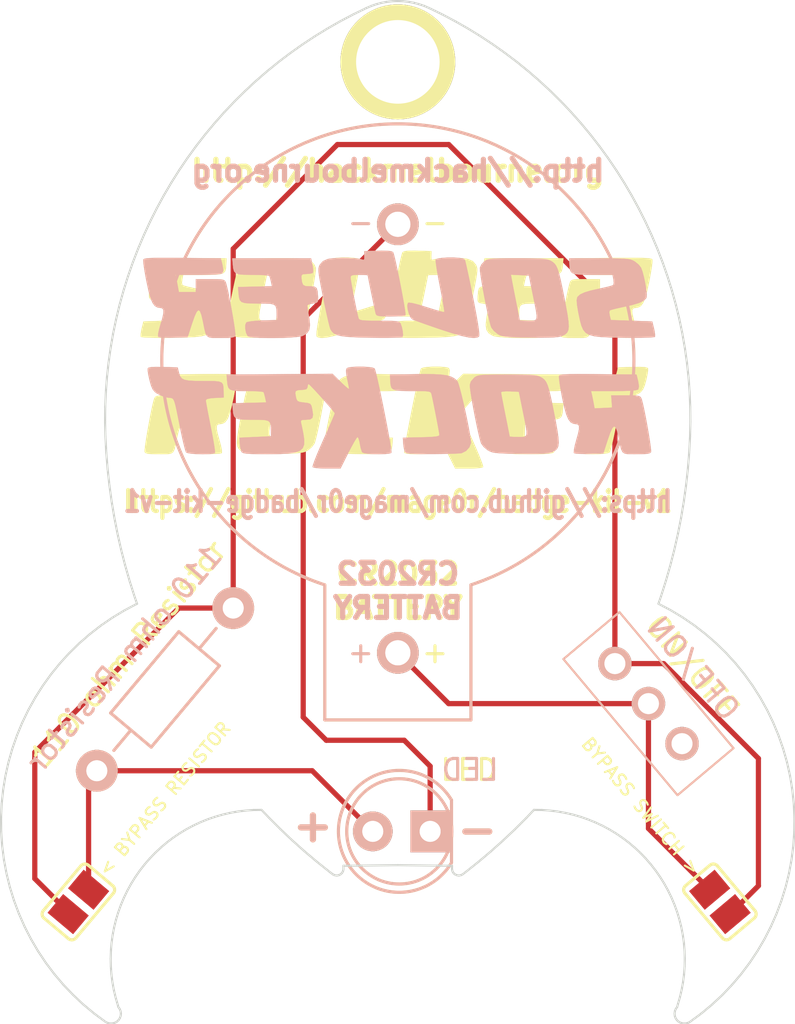
<source format=kicad_pcb>
(kicad_pcb (version 4) (host pcbnew 4.0.2-stable)

  (general
    (links 17)
    (no_connects 0)
    (area 154.452572 55.302349 192.549628 104.315916)
    (thickness 1.6)
    (drawings 340)
    (tracks 29)
    (zones 0)
    (modules 13)
    (nets 6)
  )

  (page A4)
  (layers
    (0 F.Cu signal)
    (31 B.Cu signal)
    (32 B.Adhes user)
    (33 F.Adhes user)
    (34 B.Paste user)
    (35 F.Paste user)
    (36 B.SilkS user)
    (37 F.SilkS user)
    (38 B.Mask user)
    (39 F.Mask user)
    (40 Dwgs.User user)
    (41 Cmts.User user)
    (42 Eco1.User user)
    (43 Eco2.User user)
    (44 Edge.Cuts user)
    (45 Margin user)
    (46 B.CrtYd user)
    (47 F.CrtYd user)
    (48 B.Fab user)
    (49 F.Fab user)
  )

  (setup
    (last_trace_width 0.25)
    (trace_clearance 0.2)
    (zone_clearance 0.508)
    (zone_45_only no)
    (trace_min 0.2)
    (segment_width 0.2)
    (edge_width 0.2)
    (via_size 0.6)
    (via_drill 0.4)
    (via_min_size 0.4)
    (via_min_drill 0.3)
    (uvia_size 0.3)
    (uvia_drill 0.1)
    (uvias_allowed no)
    (uvia_min_size 0.2)
    (uvia_min_drill 0.1)
    (pcb_text_width 0.3)
    (pcb_text_size 1.5 1.5)
    (mod_edge_width 0.15)
    (mod_text_size 1 1)
    (mod_text_width 0.15)
    (pad_size 5.5 5.5)
    (pad_drill 4)
    (pad_to_mask_clearance 0.2)
    (aux_axis_origin 0 0)
    (visible_elements 7FFFFFFF)
    (pcbplotparams
      (layerselection 0x010fc_80000001)
      (usegerberextensions true)
      (excludeedgelayer true)
      (linewidth 0.100000)
      (plotframeref false)
      (viasonmask false)
      (mode 1)
      (useauxorigin false)
      (hpglpennumber 1)
      (hpglpenspeed 20)
      (hpglpendiameter 15)
      (hpglpenoverlay 2)
      (psnegative false)
      (psa4output false)
      (plotreference true)
      (plotvalue true)
      (plotinvisibletext false)
      (padsonsilk false)
      (subtractmaskfromsilk false)
      (outputformat 1)
      (mirror false)
      (drillshape 0)
      (scaleselection 1)
      (outputdirectory Gerber/))
  )

  (net 0 "")
  (net 1 GND)
  (net 2 "Net-(D1-Pad2)")
  (net 3 "Net-(R1-Pad1)")
  (net 4 "Net-(BT1-Pad1)")
  (net 5 "Net-(SW2-Pad1)")

  (net_class Default "This is the default net class."
    (clearance 0.2)
    (trace_width 0.25)
    (via_dia 0.6)
    (via_drill 0.4)
    (uvia_dia 0.3)
    (uvia_drill 0.1)
    (add_net GND)
    (add_net "Net-(BT1-Pad1)")
    (add_net "Net-(D1-Pad2)")
    (add_net "Net-(R1-Pad1)")
    (add_net "Net-(SW2-Pad1)")
  )

  (module badge-kit-v1:solder-rocket (layer B.Cu) (tedit 570FA958) (tstamp 570FDD09)
    (at 173.507 72.5 180)
    (fp_text reference G*** (at 0 0 180) (layer B.SilkS) hide
      (effects (font (thickness 0.3)) (justify mirror))
    )
    (fp_text value LOGO (at 0.75 0 180) (layer B.SilkS) hide
      (effects (font (thickness 0.3)) (justify mirror))
    )
    (fp_poly (pts (xy 2.185887 -0.356503) (xy 2.371691 -0.383822) (xy 2.448211 -0.416211) (xy 2.482015 -0.51641)
      (xy 2.467715 -0.713956) (xy 2.430028 -0.913914) (xy 2.381985 -1.146002) (xy 2.348059 -1.32549)
      (xy 2.336466 -1.405149) (xy 2.379525 -1.391817) (xy 2.496345 -1.298478) (xy 2.664825 -1.143417)
      (xy 2.731644 -1.078207) (xy 3.129234 -0.684766) (xy 5.666374 -0.702788) (xy 8.203514 -0.720811)
      (xy 8.181743 -0.991368) (xy 8.15966 -1.202641) (xy 8.118153 -1.347041) (xy 8.034241 -1.437284)
      (xy 7.884943 -1.486089) (xy 7.647279 -1.506172) (xy 7.298266 -1.510252) (xy 7.244069 -1.510271)
      (xy 6.930901 -1.514521) (xy 6.671776 -1.526065) (xy 6.495326 -1.543089) (xy 6.430773 -1.561757)
      (xy 6.396453 -1.659531) (xy 6.354965 -1.825533) (xy 6.353107 -1.83413) (xy 6.305743 -2.055017)
      (xy 7.117331 -2.0744) (xy 7.928919 -2.093784) (xy 7.907149 -2.364341) (xy 7.885197 -2.575)
      (xy 7.844004 -2.719205) (xy 7.760675 -2.809543) (xy 7.612314 -2.858599) (xy 7.376028 -2.878962)
      (xy 7.028921 -2.883217) (xy 6.963268 -2.883244) (xy 6.603985 -2.885041) (xy 6.359552 -2.899083)
      (xy 6.207525 -2.938341) (xy 6.125458 -3.015787) (xy 6.090906 -3.144395) (xy 6.081426 -3.337136)
      (xy 6.080403 -3.393509) (xy 6.075406 -3.672703) (xy 6.830541 -3.707027) (xy 7.585676 -3.741352)
      (xy 7.565755 -4.046561) (xy 7.537551 -4.253981) (xy 7.490612 -4.409478) (xy 7.471539 -4.44129)
      (xy 7.404372 -4.476644) (xy 7.260183 -4.50217) (xy 7.023765 -4.518971) (xy 6.679912 -4.528149)
      (xy 6.236417 -4.530811) (xy 5.677676 -4.524138) (xy 5.243009 -4.49926) (xy 4.919629 -4.448892)
      (xy 4.694746 -4.365746) (xy 4.555572 -4.242536) (xy 4.48932 -4.071975) (xy 4.483201 -3.846778)
      (xy 4.524426 -3.559657) (xy 4.525163 -3.555768) (xy 4.573769 -3.309661) (xy 4.617308 -3.105779)
      (xy 4.642323 -3.003379) (xy 4.643078 -2.926266) (xy 4.56523 -2.891119) (xy 4.395985 -2.883244)
      (xy 4.196752 -2.86453) (xy 4.09105 -2.79174) (xy 4.063777 -2.639904) (xy 4.098413 -2.391224)
      (xy 4.139336 -2.214021) (xy 4.198854 -2.12205) (xy 4.318542 -2.080604) (xy 4.495848 -2.05946)
      (xy 4.699422 -2.032223) (xy 4.806954 -1.984917) (xy 4.859412 -1.888574) (xy 4.883503 -1.785331)
      (xy 4.912504 -1.610187) (xy 4.890947 -1.513494) (xy 4.791787 -1.469551) (xy 4.587977 -1.452658)
      (xy 4.530811 -1.450203) (xy 4.379718 -1.421255) (xy 4.326876 -1.334719) (xy 4.324865 -1.298604)
      (xy 4.303138 -1.194234) (xy 4.269421 -1.178469) (xy 4.201279 -1.237238) (xy 4.066814 -1.374812)
      (xy 3.886955 -1.567769) (xy 3.682629 -1.792685) (xy 3.474767 -2.026135) (xy 3.284295 -2.244696)
      (xy 3.132144 -2.424945) (xy 3.039242 -2.543457) (xy 3.020541 -2.576239) (xy 3.047569 -2.650907)
      (xy 3.122892 -2.830636) (xy 3.237873 -3.095548) (xy 3.383871 -3.425769) (xy 3.552248 -3.801423)
      (xy 3.574587 -3.850913) (xy 3.74308 -4.231988) (xy 3.886506 -4.572013) (xy 3.996895 -4.850767)
      (xy 4.06628 -5.048023) (xy 4.086691 -5.143561) (xy 4.0854 -5.147346) (xy 4.000746 -5.178686)
      (xy 3.809061 -5.202471) (xy 3.540536 -5.215642) (xy 3.394631 -5.217298) (xy 2.747093 -5.217298)
      (xy 2.368379 -4.462163) (xy 2.218775 -4.17307) (xy 2.086839 -3.93511) (xy 1.986329 -3.771951)
      (xy 1.931005 -3.707261) (xy 1.929384 -3.707027) (xy 1.885188 -3.768313) (xy 1.84023 -3.924299)
      (xy 1.82056 -4.033108) (xy 1.777537 -4.244787) (xy 1.724632 -4.40459) (xy 1.701386 -4.445)
      (xy 1.604687 -4.483459) (xy 1.411613 -4.511103) (xy 1.15977 -4.527461) (xy 0.886765 -4.532062)
      (xy 0.630205 -4.524432) (xy 0.427698 -4.5041) (xy 0.316849 -4.470593) (xy 0.309112 -4.462474)
      (xy 0.310592 -4.378648) (xy 0.337255 -4.181341) (xy 0.384983 -3.891204) (xy 0.449657 -3.52889)
      (xy 0.527158 -3.115052) (xy 0.613368 -2.670341) (xy 0.704168 -2.21541) (xy 0.79544 -1.770911)
      (xy 0.883065 -1.357496) (xy 0.962923 -0.995819) (xy 1.030897 -0.70653) (xy 1.082869 -0.510283)
      (xy 1.113487 -0.429054) (xy 1.2141 -0.387938) (xy 1.411542 -0.35974) (xy 1.665917 -0.344846)
      (xy 1.937331 -0.343639) (xy 2.185887 -0.356503)) (layer B.SilkS) (width 0.01))
    (fp_poly (pts (xy -8.257627 -0.700711) (xy -8.019609 -0.709279) (xy -7.86076 -0.723456) (xy -7.766558 -0.743857)
      (xy -7.722478 -0.771095) (xy -7.716417 -0.78179) (xy -7.715767 -0.88165) (xy -7.739778 -1.088501)
      (xy -7.784488 -1.375055) (xy -7.845935 -1.71402) (xy -7.868414 -1.828742) (xy -7.968645 -2.289583)
      (xy -8.064478 -2.629237) (xy -8.163848 -2.863256) (xy -8.27469 -3.007197) (xy -8.404941 -3.076612)
      (xy -8.511466 -3.08919) (xy -8.619375 -3.108322) (xy -8.67427 -3.178964) (xy -8.677103 -3.320981)
      (xy -8.628828 -3.554242) (xy -8.547565 -3.841625) (xy -8.476184 -4.106889) (xy -8.433068 -4.322512)
      (xy -8.424256 -4.455141) (xy -8.432298 -4.478136) (xy -8.521879 -4.500937) (xy -8.715894 -4.515275)
      (xy -8.981644 -4.519448) (xy -9.165206 -4.516269) (xy -9.8402 -4.496487) (xy -10.051586 -3.844325)
      (xy -10.173073 -3.496704) (xy -10.272697 -3.282398) (xy -10.356417 -3.200274) (xy -10.430191 -3.249197)
      (xy -10.499976 -3.428033) (xy -10.57173 -3.735648) (xy -10.573597 -3.744964) (xy -10.639701 -4.079027)
      (xy -10.695464 -4.302348) (xy -10.765028 -4.43708) (xy -10.872537 -4.505378) (xy -11.042133 -4.529396)
      (xy -11.297959 -4.531288) (xy -11.43 -4.530811) (xy -11.748724 -4.526502) (xy -11.954497 -4.511151)
      (xy -12.071466 -4.48112) (xy -12.123778 -4.43277) (xy -12.126751 -4.425843) (xy -12.126804 -4.328439)
      (xy -12.103548 -4.123585) (xy -12.061806 -3.838216) (xy -12.006404 -3.499263) (xy -11.942165 -3.133662)
      (xy -11.873915 -2.768347) (xy -11.806477 -2.43025) (xy -11.744676 -2.146306) (xy -11.693336 -1.943449)
      (xy -11.669069 -1.870676) (xy -11.631209 -1.800544) (xy -11.570047 -1.75561) (xy -11.458238 -1.730299)
      (xy -11.268437 -1.719037) (xy -10.973299 -1.716249) (xy -10.911357 -1.716217) (xy -10.218149 -1.716217)
      (xy -10.239458 -2.007973) (xy -10.260767 -2.29973) (xy -9.84103 -2.319955) (xy -9.421293 -2.340179)
      (xy -9.374068 -2.079684) (xy -9.332514 -1.863627) (xy -9.293521 -1.680679) (xy -9.289762 -1.66473)
      (xy -9.252683 -1.510271) (xy -10.350098 -1.510271) (xy -10.80698 -1.506716) (xy -11.139681 -1.495418)
      (xy -11.361152 -1.475422) (xy -11.484339 -1.445774) (xy -11.515332 -1.42446) (xy -11.546786 -1.281041)
      (xy -11.506576 -1.02973) (xy -11.43 -0.720811) (xy -9.591925 -0.702524) (xy -9.029262 -0.697947)
      (xy -8.589337 -0.697138) (xy -8.257627 -0.700711)) (layer B.SilkS) (width 0.01))
    (fp_poly (pts (xy -4.766966 -0.721628) (xy -4.41136 -0.725313) (xy -4.1525 -0.733715) (xy -3.970112 -0.748685)
      (xy -3.843922 -0.772073) (xy -3.753656 -0.805729) (xy -3.67904 -0.851503) (xy -3.660672 -0.864896)
      (xy -3.496873 -1.052113) (xy -3.448084 -1.208139) (xy -3.455115 -1.349137) (xy -3.487374 -1.596134)
      (xy -3.53947 -1.92129) (xy -3.606013 -2.296765) (xy -3.681612 -2.694717) (xy -3.760876 -3.087306)
      (xy -3.838415 -3.446693) (xy -3.908838 -3.745036) (xy -3.966753 -3.954496) (xy -3.993986 -4.027452)
      (xy -4.114005 -4.186522) (xy -4.292047 -4.335303) (xy -4.324864 -4.355726) (xy -4.421648 -4.405584)
      (xy -4.532107 -4.442737) (xy -4.678058 -4.469416) (xy -4.881314 -4.487853) (xy -5.163691 -4.500276)
      (xy -5.547004 -4.508919) (xy -5.869459 -4.513682) (xy -6.361499 -4.51775) (xy -6.73573 -4.514559)
      (xy -7.0115 -4.50306) (xy -7.208154 -4.482207) (xy -7.345042 -4.450953) (xy -7.397414 -4.430966)
      (xy -7.529496 -4.361817) (xy -7.623838 -4.27758) (xy -7.6816 -4.160229) (xy -7.703943 -3.991737)
      (xy -7.692027 -3.754077) (xy -7.649697 -3.448612) (xy -6.16345 -3.448612) (xy -6.159087 -3.588949)
      (xy -6.117247 -3.666822) (xy -6.03474 -3.700379) (xy -5.908379 -3.707768) (xy -5.766486 -3.707027)
      (xy -5.549208 -3.70345) (xy -5.399954 -3.694154) (xy -5.354594 -3.683413) (xy -5.341687 -3.611478)
      (xy -5.306118 -3.428892) (xy -5.252615 -3.159542) (xy -5.185906 -2.827315) (xy -5.148648 -2.642973)
      (xy -5.076794 -2.284339) (xy -5.015861 -1.972839) (xy -4.970632 -1.733519) (xy -4.945894 -1.591426)
      (xy -4.942702 -1.564933) (xy -5.005015 -1.536153) (xy -5.167481 -1.521814) (xy -5.368952 -1.524157)
      (xy -5.795203 -1.544595) (xy -5.983546 -2.471352) (xy -6.072492 -2.907961) (xy -6.133522 -3.227666)
      (xy -6.16345 -3.448612) (xy -7.649697 -3.448612) (xy -7.64701 -3.429224) (xy -7.570054 -2.999149)
      (xy -7.509671 -2.686362) (xy -7.405679 -2.164402) (xy -7.319229 -1.760174) (xy -7.244083 -1.456186)
      (xy -7.174002 -1.234948) (xy -7.102747 -1.078968) (xy -7.024082 -0.970755) (xy -6.931766 -0.89282)
      (xy -6.85311 -0.845506) (xy -6.758921 -0.802299) (xy -6.643309 -0.770218) (xy -6.485666 -0.74767)
      (xy -6.265386 -0.733062) (xy -5.961859 -0.724801) (xy -5.55448 -0.721295) (xy -5.239591 -0.720811)
      (xy -4.766966 -0.721628)) (layer B.SilkS) (width 0.01))
    (fp_poly (pts (xy -0.892432 -0.701495) (xy 0.377568 -0.720811) (xy 0.363995 -1.018372) (xy 0.349527 -1.206954)
      (xy 0.312267 -1.339943) (xy 0.23138 -1.427029) (xy 0.086028 -1.477905) (xy -0.144625 -1.502261)
      (xy -0.481415 -1.509789) (xy -0.693584 -1.510271) (xy -1.055559 -1.511259) (xy -1.303268 -1.516805)
      (xy -1.459741 -1.530779) (xy -1.548007 -1.55705) (xy -1.591096 -1.599489) (xy -1.612038 -1.661967)
      (xy -1.612692 -1.66473) (xy -1.655672 -1.858774) (xy -1.711668 -2.12773) (xy -1.774781 -2.441229)
      (xy -1.839113 -2.768902) (xy -1.898766 -3.080381) (xy -1.947839 -3.345298) (xy -1.980436 -3.533283)
      (xy -1.99081 -3.611444) (xy -1.958643 -3.651776) (xy -1.850592 -3.681237) (xy -1.649336 -3.702019)
      (xy -1.337556 -3.716312) (xy -1.11554 -3.722139) (xy -0.24027 -3.741352) (xy -0.260191 -4.046561)
      (xy -0.288395 -4.253981) (xy -0.335334 -4.409478) (xy -0.354407 -4.44129) (xy -0.417288 -4.475045)
      (xy -0.551686 -4.499195) (xy -0.773024 -4.514693) (xy -1.096722 -4.522495) (xy -1.538204 -4.523553)
      (xy -1.673135 -4.522848) (xy -2.081366 -4.518504) (xy -2.44897 -4.511345) (xy -2.751071 -4.502112)
      (xy -2.962792 -4.491547) (xy -3.054864 -4.48167) (xy -3.262951 -4.377552) (xy -3.425133 -4.201664)
      (xy -3.499937 -4.001065) (xy -3.501081 -3.975351) (xy -3.486175 -3.803083) (xy -3.445188 -3.536542)
      (xy -3.383714 -3.200901) (xy -3.307345 -2.821332) (xy -3.221677 -2.42301) (xy -3.132302 -2.031106)
      (xy -3.044816 -1.670794) (xy -2.964811 -1.367247) (xy -2.897881 -1.145638) (xy -2.849621 -1.03114)
      (xy -2.84573 -1.026207) (xy -2.718929 -0.911158) (xy -2.561684 -0.824432) (xy -2.355088 -0.762886)
      (xy -2.080234 -0.723375) (xy -1.718214 -0.702758) (xy -1.250122 -0.697891) (xy -0.892432 -0.701495)) (layer B.SilkS) (width 0.01))
    (fp_poly (pts (xy 11.814588 -0.363621) (xy 11.939536 -0.390356) (xy 11.980697 -0.426639) (xy 11.981332 -0.53341)
      (xy 11.951507 -0.730945) (xy 11.897593 -0.977743) (xy 11.893658 -0.993503) (xy 11.816863 -1.263265)
      (xy 11.738022 -1.437858) (xy 11.634721 -1.557894) (xy 11.545106 -1.625051) (xy 11.323532 -1.735643)
      (xy 11.066926 -1.813996) (xy 11.017229 -1.82291) (xy 10.921 -1.833503) (xy 10.847185 -1.843213)
      (xy 10.789549 -1.868203) (xy 10.741852 -1.924636) (xy 10.697859 -2.028677) (xy 10.651331 -2.196487)
      (xy 10.596031 -2.444232) (xy 10.525723 -2.788075) (xy 10.434169 -3.244178) (xy 10.396132 -3.432433)
      (xy 10.322693 -3.777652) (xy 10.252431 -4.07757) (xy 10.192251 -4.304736) (xy 10.14906 -4.431698)
      (xy 10.141393 -4.445) (xy 10.047881 -4.482115) (xy 9.8574 -4.509577) (xy 9.607537 -4.526707)
      (xy 9.335877 -4.532829) (xy 9.080006 -4.527263) (xy 8.877511 -4.509332) (xy 8.765978 -4.478358)
      (xy 8.757526 -4.469966) (xy 8.758322 -4.385937) (xy 8.783801 -4.19046) (xy 8.830258 -3.906416)
      (xy 8.893989 -3.556689) (xy 8.95942 -3.222667) (xy 9.037261 -2.832246) (xy 9.104532 -2.48567)
      (xy 9.156797 -2.206544) (xy 9.189619 -2.018476) (xy 9.198919 -1.948139) (xy 9.138492 -1.890347)
      (xy 8.952768 -1.853163) (xy 8.769865 -1.839627) (xy 8.340811 -1.81919) (xy 8.345808 -1.539995)
      (xy 8.35164 -1.338769) (xy 8.374911 -1.198898) (xy 8.436933 -1.10923) (xy 8.559019 -1.058611)
      (xy 8.762481 -1.035891) (xy 9.068632 -1.029916) (xy 9.320941 -1.02973) (xy 9.727284 -1.025984)
      (xy 10.018533 -1.009534) (xy 10.216807 -0.97256) (xy 10.344223 -0.907242) (xy 10.422899 -0.805761)
      (xy 10.474952 -0.660297) (xy 10.485975 -0.617838) (xy 10.546017 -0.377568) (xy 11.246669 -0.357991)
      (xy 11.589765 -0.353406) (xy 11.814588 -0.363621)) (layer B.SilkS) (width 0.01))
    (fp_poly (pts (xy -8.217086 4.542169) (xy -8.23066 4.358191) (xy -8.26541 4.22694) (xy -8.341568 4.139523)
      (xy -8.479366 4.087045) (xy -8.699036 4.060611) (xy -9.020812 4.051328) (xy -9.33604 4.05027)
      (xy -10.280135 4.05027) (xy -10.323898 3.831452) (xy -10.339544 3.666472) (xy -10.317643 3.565765)
      (xy -10.315317 3.563307) (xy -10.228026 3.528271) (xy -10.040247 3.477302) (xy -9.786506 3.419411)
      (xy -9.679459 3.397369) (xy -9.248628 3.301579) (xy -8.938112 3.208327) (xy -8.731225 3.111093)
      (xy -8.611285 3.003359) (xy -8.592108 2.972495) (xy -8.565942 2.844877) (xy -8.579885 2.622308)
      (xy -8.635167 2.288432) (xy -8.648864 2.218931) (xy -8.718453 1.884432) (xy -8.788459 1.621975)
      (xy -8.875546 1.422536) (xy -8.996375 1.277096) (xy -9.167606 1.176631) (xy -9.4059 1.112121)
      (xy -9.72792 1.074544) (xy -10.150327 1.054878) (xy -10.689781 1.044102) (xy -10.8223 1.042082)
      (xy -11.275239 1.038109) (xy -11.668701 1.040277) (xy -11.984193 1.048082) (xy -12.203221 1.06102)
      (xy -12.307294 1.078587) (xy -12.31275 1.082712) (xy -12.319752 1.180703) (xy -12.294744 1.361325)
      (xy -12.268287 1.482251) (xy -12.185135 1.819189) (xy -11.194526 1.853513) (xy -10.203918 1.887837)
      (xy -10.149422 2.092138) (xy -10.125541 2.249704) (xy -10.144365 2.342874) (xy -10.144625 2.343121)
      (xy -10.230623 2.376991) (xy -10.417278 2.427159) (xy -10.670278 2.484748) (xy -10.777837 2.506964)
      (xy -11.227338 2.607527) (xy -11.553172 2.705832) (xy -11.768744 2.807492) (xy -11.887458 2.918122)
      (xy -11.916049 2.983725) (xy -11.920134 3.128919) (xy -11.894421 3.364709) (xy -11.846779 3.649664)
      (xy -11.785076 3.942349) (xy -11.71718 4.201331) (xy -11.65096 4.385179) (xy -11.64922 4.388814)
      (xy -11.536028 4.534828) (xy -11.362351 4.677019) (xy -11.327027 4.698968) (xy -11.236985 4.746252)
      (xy -11.136943 4.781629) (xy -11.006496 4.806807) (xy -10.825239 4.823495) (xy -10.572766 4.833399)
      (xy -10.228673 4.838228) (xy -9.772554 4.83969) (xy -9.645135 4.839729) (xy -8.203513 4.839729)
      (xy -8.217086 4.542169)) (layer B.SilkS) (width 0.01))
    (fp_poly (pts (xy -5.247507 4.838912) (xy -4.891902 4.835228) (xy -4.633042 4.826826) (xy -4.450655 4.811856)
      (xy -4.324465 4.788468) (xy -4.234199 4.754812) (xy -4.159583 4.709038) (xy -4.141213 4.695643)
      (xy -4.001801 4.548326) (xy -3.927726 4.387219) (xy -3.926404 4.378157) (xy -3.932397 4.247363)
      (xy -3.963357 4.009764) (xy -4.014048 3.692492) (xy -4.079235 3.322675) (xy -4.153684 2.927443)
      (xy -4.23216 2.533928) (xy -4.309427 2.169258) (xy -4.380251 1.860565) (xy -4.439396 1.634977)
      (xy -4.475963 1.530092) (xy -4.594847 1.373191) (xy -4.77217 1.225494) (xy -4.805405 1.204815)
      (xy -4.902189 1.154956) (xy -5.012648 1.117803) (xy -5.158598 1.091124) (xy -5.361854 1.072688)
      (xy -5.644232 1.060264) (xy -6.027545 1.051622) (xy -6.35 1.046858) (xy -6.84204 1.04279)
      (xy -7.216271 1.045982) (xy -7.49204 1.057481) (xy -7.688695 1.078333) (xy -7.825583 1.109588)
      (xy -7.877955 1.129575) (xy -8.010036 1.198724) (xy -8.104378 1.28296) (xy -8.162141 1.400311)
      (xy -8.184484 1.568803) (xy -8.172567 1.806463) (xy -8.130238 2.111928) (xy -6.643991 2.111928)
      (xy -6.639628 1.971592) (xy -6.597787 1.893719) (xy -6.51528 1.860161) (xy -6.38892 1.852773)
      (xy -6.247027 1.853513) (xy -6.029749 1.857282) (xy -5.880496 1.867079) (xy -5.835135 1.878397)
      (xy -5.822435 1.951384) (xy -5.787826 2.132024) (xy -5.736545 2.393385) (xy -5.673825 2.708533)
      (xy -5.67166 2.719343) (xy -5.602857 3.065301) (xy -5.539722 3.38724) (xy -5.48968 3.647037)
      (xy -5.461971 3.79621) (xy -5.415756 4.057016) (xy -5.84575 4.036481) (xy -6.275743 4.015946)
      (xy -6.464087 3.089189) (xy -6.553032 2.652579) (xy -6.614063 2.332875) (xy -6.643991 2.111928)
      (xy -8.130238 2.111928) (xy -8.127551 2.131317) (xy -8.050595 2.561392) (xy -7.990211 2.874179)
      (xy -7.88622 3.396138) (xy -7.79977 3.800366) (xy -7.724623 4.104354) (xy -7.654542 4.325593)
      (xy -7.583288 4.481573) (xy -7.504622 4.589785) (xy -7.412306 4.667721) (xy -7.333651 4.715035)
      (xy -7.239461 4.758241) (xy -7.123849 4.790322) (xy -6.966207 4.812871) (xy -6.745926 4.827479)
      (xy -6.4424 4.83574) (xy -6.03502 4.839245) (xy -5.720131 4.839729) (xy -5.247507 4.838912)) (layer B.SilkS) (width 0.01))
    (fp_poly (pts (xy -2.399537 4.878446) (xy -2.143276 4.863737) (xy -1.938905 4.834736) (xy -1.823428 4.79175)
      (xy -1.811855 4.776723) (xy -1.812755 4.680386) (xy -1.838404 4.47349) (xy -1.885073 4.179785)
      (xy -1.949035 3.823026) (xy -2.013889 3.489561) (xy -2.089548 3.103803) (xy -2.151942 2.766744)
      (xy -2.19728 2.500507) (xy -2.221768 2.327216) (xy -2.223113 2.269224) (xy -2.150237 2.277689)
      (xy -1.97296 2.322791) (xy -1.717006 2.397374) (xy -1.408101 2.494279) (xy -1.371246 2.506237)
      (xy -0.991589 2.622933) (xy -0.709156 2.694892) (xy -0.535195 2.71955) (xy -0.484955 2.708364)
      (xy -0.452769 2.593552) (xy -0.470272 2.406935) (xy -0.524478 2.198867) (xy -0.602402 2.019702)
      (xy -0.687891 1.92141) (xy -0.791491 1.878383) (xy -1.002231 1.800112) (xy -1.297026 1.694847)
      (xy -1.652789 1.570835) (xy -2.031142 1.441501) (xy -2.598447 1.25721) (xy -3.050975 1.128464)
      (xy -3.398684 1.053436) (xy -3.651533 1.030297) (xy -3.819479 1.057219) (xy -3.887758 1.100623)
      (xy -3.900718 1.183268) (xy -3.884628 1.379699) (xy -3.8388 1.694433) (xy -3.762546 2.131984)
      (xy -3.655177 2.696866) (xy -3.607839 2.936975) (xy -3.511597 3.414516) (xy -3.421336 3.849612)
      (xy -3.341161 4.223476) (xy -3.275177 4.51732) (xy -3.227488 4.712354) (xy -3.20338 4.788243)
      (xy -3.109609 4.833763) (xy -2.919708 4.863766) (xy -2.670683 4.878558) (xy -2.399537 4.878446)) (layer B.SilkS) (width 0.01))
    (fp_poly (pts (xy 0.954284 5.202496) (xy 1.613244 5.182973) (xy 1.602595 4.955019) (xy 1.606302 4.804749)
      (xy 1.648187 4.762617) (xy 1.705568 4.781189) (xy 1.853404 4.817054) (xy 2.098734 4.842355)
      (xy 2.402112 4.856465) (xy 2.724093 4.858756) (xy 3.025234 4.848602) (xy 3.266089 4.825376)
      (xy 3.356273 4.807428) (xy 3.592089 4.705372) (xy 3.737764 4.537436) (xy 3.744325 4.525061)
      (xy 3.77905 4.447525) (xy 3.799198 4.36135) (xy 3.802635 4.246571) (xy 3.787229 4.083226)
      (xy 3.750846 3.851351) (xy 3.691354 3.530984) (xy 3.606618 3.102161) (xy 3.575953 2.949367)
      (xy 3.488506 2.525309) (xy 3.405093 2.14085) (xy 3.330991 1.818776) (xy 3.271473 1.581873)
      (xy 3.231816 1.452929) (xy 3.227243 1.443035) (xy 3.150768 1.326526) (xy 3.049652 1.235911)
      (xy 2.90662 1.167654) (xy 2.704398 1.118219) (xy 2.425711 1.084069) (xy 2.053285 1.061669)
      (xy 1.569844 1.047482) (xy 1.268993 1.042178) (xy 0.836791 1.037999) (xy 0.451417 1.038792)
      (xy 0.133872 1.044143) (xy -0.094842 1.053638) (xy -0.213722 1.066865) (xy -0.224927 1.071594)
      (xy -0.247071 1.170444) (xy -0.233733 1.346753) (xy -0.192819 1.547719) (xy -0.132234 1.720541)
      (xy -0.125846 1.733378) (xy -0.08642 1.781716) (xy -0.011821 1.815215) (xy 0.120156 1.836499)
      (xy 0.331716 1.848194) (xy 0.645064 1.852925) (xy 0.890222 1.853513) (xy 1.273154 1.855186)
      (xy 1.540478 1.861954) (xy 1.713861 1.876441) (xy 1.81497 1.901272) (xy 1.865474 1.939072)
      (xy 1.882005 1.973648) (xy 1.917591 2.112232) (xy 1.969343 2.344889) (xy 2.030938 2.639481)
      (xy 2.096052 2.963871) (xy 2.158363 3.285919) (xy 2.211548 3.573489) (xy 2.249285 3.794443)
      (xy 2.26525 3.916641) (xy 2.265406 3.922413) (xy 2.24751 3.994199) (xy 2.173305 4.03299)
      (xy 2.012019 4.048338) (xy 1.853514 4.05027) (xy 1.636237 4.046501) (xy 1.486983 4.036704)
      (xy 1.441622 4.025386) (xy 1.428268 3.943479) (xy 1.392498 3.758347) (xy 1.340753 3.500994)
      (xy 1.279473 3.202427) (xy 1.215099 2.893652) (xy 1.154071 2.605672) (xy 1.102829 2.369495)
      (xy 1.067814 2.216124) (xy 1.058221 2.179594) (xy 1.023617 2.123767) (xy 0.944984 2.088193)
      (xy 0.796566 2.068549) (xy 0.552611 2.060511) (xy 0.342669 2.059459) (xy 0.052128 2.064351)
      (xy -0.182964 2.077524) (xy -0.331521 2.096721) (xy -0.366719 2.110946) (xy -0.365461 2.194543)
      (xy -0.339643 2.388288) (xy -0.293965 2.668184) (xy -0.233128 3.010235) (xy -0.16183 3.390447)
      (xy -0.084772 3.784822) (xy -0.006654 4.169365) (xy 0.067823 4.520079) (xy 0.13396 4.81297)
      (xy 0.187057 5.024041) (xy 0.222414 5.129297) (xy 0.225374 5.133847) (xy 0.310942 5.178179)
      (xy 0.491314 5.201783) (xy 0.783438 5.206254) (xy 0.954284 5.202496)) (layer B.SilkS) (width 0.01))
    (fp_poly (pts (xy 7.907149 4.569173) (xy 7.885065 4.357899) (xy 7.843558 4.2135) (xy 7.759646 4.123256)
      (xy 7.610349 4.074452) (xy 7.372684 4.054368) (xy 7.023672 4.050288) (xy 6.969474 4.05027)
      (xy 6.656306 4.046019) (xy 6.397181 4.034476) (xy 6.220731 4.017452) (xy 6.156179 3.998783)
      (xy 6.121858 3.90101) (xy 6.08037 3.735008) (xy 6.078512 3.72641) (xy 6.031148 3.505524)
      (xy 6.842737 3.48614) (xy 7.654325 3.466756) (xy 7.632554 3.1962) (xy 7.610602 2.985541)
      (xy 7.569409 2.841336) (xy 7.48608 2.750998) (xy 7.33772 2.701941) (xy 7.101433 2.681579)
      (xy 6.754326 2.677324) (xy 6.688674 2.677297) (xy 6.32939 2.675499) (xy 6.084957 2.661458)
      (xy 5.93293 2.6222) (xy 5.850863 2.544753) (xy 5.816312 2.416146) (xy 5.806831 2.223405)
      (xy 5.805808 2.167032) (xy 5.800811 1.887837) (xy 6.483453 1.868029) (xy 6.783474 1.852314)
      (xy 7.036359 1.826118) (xy 7.207554 1.793699) (xy 7.257077 1.772711) (xy 7.305711 1.657244)
      (xy 7.307101 1.471602) (xy 7.266948 1.272286) (xy 7.190956 1.115798) (xy 7.190752 1.11554)
      (xy 7.095135 1.080237) (xy 6.889522 1.053898) (xy 6.60091 1.036355) (xy 6.256295 1.027437)
      (xy 5.882674 1.026978) (xy 5.507044 1.034807) (xy 5.156403 1.050757) (xy 4.857746 1.074658)
      (xy 4.638071 1.106342) (xy 4.548021 1.132056) (xy 4.353626 1.250178) (xy 4.242809 1.41339)
      (xy 4.207797 1.646308) (xy 4.240818 1.973546) (xy 4.255836 2.057441) (xy 4.299444 2.301473)
      (xy 4.328834 2.491199) (xy 4.33799 2.587564) (xy 4.337772 2.58948) (xy 4.271438 2.631877)
      (xy 4.117348 2.670116) (xy 4.069706 2.677297) (xy 3.909383 2.70506) (xy 3.836137 2.759742)
      (xy 3.819414 2.8833) (xy 3.824107 3.014555) (xy 3.843774 3.268168) (xy 3.889311 3.414016)
      (xy 3.984855 3.48162) (xy 4.154544 3.500503) (xy 4.221892 3.501081) (xy 4.427495 3.512638)
      (xy 4.539396 3.569597) (xy 4.592329 3.705389) (xy 4.614186 3.878648) (xy 4.616151 4.013668)
      (xy 4.562132 4.072842) (xy 4.41479 4.089401) (xy 4.376264 4.090403) (xy 4.196703 4.105399)
      (xy 4.082867 4.134972) (xy 4.073011 4.141944) (xy 4.05824 4.230624) (xy 4.072193 4.404571)
      (xy 4.090262 4.513702) (xy 4.153244 4.839729) (xy 7.928919 4.839729) (xy 7.907149 4.569173)) (layer B.SilkS) (width 0.01))
    (fp_poly (pts (xy 11.650481 4.85983) (xy 11.888499 4.851262) (xy 12.047348 4.837084) (xy 12.14155 4.816684)
      (xy 12.18563 4.789446) (xy 12.191692 4.778751) (xy 12.192342 4.67889) (xy 12.16833 4.472039)
      (xy 12.12362 4.185486) (xy 12.062173 3.84652) (xy 12.039694 3.731799) (xy 11.939463 3.270957)
      (xy 11.84363 2.931304) (xy 11.74426 2.697284) (xy 11.633418 2.553344) (xy 11.503168 2.483929)
      (xy 11.396642 2.471351) (xy 11.283075 2.447767) (xy 11.227628 2.364944) (xy 11.229402 2.204778)
      (xy 11.287494 1.949164) (xy 11.358843 1.71116) (xy 11.436565 1.437652) (xy 11.480591 1.223858)
      (xy 11.485208 1.09985) (xy 11.47788 1.084474) (xy 11.387367 1.060783) (xy 11.19255 1.04575)
      (xy 10.926253 1.041171) (xy 10.742902 1.044272) (xy 10.067908 1.064054) (xy 9.856522 1.716216)
      (xy 9.735035 2.063837) (xy 9.635411 2.278142) (xy 9.551691 2.360267) (xy 9.477917 2.311344)
      (xy 9.408132 2.132508) (xy 9.336379 1.824892) (xy 9.334511 1.815577) (xy 9.268407 1.481514)
      (xy 9.212644 1.258193) (xy 9.14308 1.12346) (xy 9.035571 1.055162) (xy 8.865976 1.031144)
      (xy 8.61015 1.029253) (xy 8.478109 1.029729) (xy 8.158775 1.034109) (xy 7.952596 1.049634)
      (xy 7.835635 1.079883) (xy 7.783959 1.128434) (xy 7.78168 1.133857) (xy 7.781798 1.230777)
      (xy 7.805191 1.435187) (xy 7.847037 1.72019) (xy 7.902513 2.058884) (xy 7.966797 2.42437)
      (xy 8.035066 2.789747) (xy 8.102499 3.128116) (xy 8.164273 3.412576) (xy 8.215566 3.616228)
      (xy 8.239887 3.689865) (xy 8.277498 3.760214) (xy 8.338634 3.805194) (xy 8.450727 3.830443)
      (xy 8.641213 3.841599) (xy 8.937525 3.8443) (xy 8.991502 3.844324) (xy 9.67946 3.844324)
      (xy 9.67946 3.226486) (xy 10.487964 3.226486) (xy 10.534615 3.483919) (xy 10.576076 3.699373)
      (xy 10.61502 3.881727) (xy 10.618346 3.89581) (xy 10.655425 4.05027) (xy 9.55801 4.05027)
      (xy 9.101128 4.053824) (xy 8.768427 4.065123) (xy 8.546957 4.085119) (xy 8.423769 4.114767)
      (xy 8.392776 4.136081) (xy 8.361322 4.2795) (xy 8.401533 4.53081) (xy 8.478109 4.839729)
      (xy 10.316183 4.858016) (xy 10.878846 4.862593) (xy 11.318771 4.863402) (xy 11.650481 4.85983)) (layer B.SilkS) (width 0.01))
  )

  (module LEDs:LED-5MM (layer B.Cu) (tedit 574473A0) (tstamp 570FAC3A)
    (at 174.846 95.0747 180)
    (descr "LED 5mm round vertical")
    (tags "LED 5mm round vertical")
    (path /570E461B)
    (fp_text reference D1 (at 1.69164 -1.46304 450) (layer B.SilkS) hide
      (effects (font (size 1 1) (thickness 0.15)) (justify mirror))
    )
    (fp_text value LED (at -2.12088 2.94382 180) (layer B.SilkS)
      (effects (font (size 1 1) (thickness 0.15)) (justify mirror))
    )
    (fp_line (start -1.5 1.55) (end -1.5 -1.55) (layer B.CrtYd) (width 0.05))
    (fp_arc (start 1.3 0) (end -1.5 -1.55) (angle 302) (layer B.CrtYd) (width 0.05))
    (fp_arc (start 1.27 0) (end -1.23 1.5) (angle -297.5) (layer B.SilkS) (width 0.15))
    (fp_line (start -1.23 -1.5) (end -1.23 1.5) (layer B.SilkS) (width 0.15))
    (fp_circle (center 1.27 0) (end 0.97 2.5) (layer B.SilkS) (width 0.15))
    (fp_text user K (at 0.5842 1.6129 450) (layer B.SilkS) hide
      (effects (font (size 1 1) (thickness 0.15)) (justify mirror))
    )
    (pad 1 thru_hole rect (at -0.20736 0 90) (size 2 1.9) (drill 1.00076) (layers *.Cu *.Mask B.SilkS)
      (net 1 GND))
    (pad 2 thru_hole circle (at 2.54 0 180) (size 1.9 1.9) (drill 1.00076) (layers *.Cu *.Mask B.SilkS)
      (net 2 "Net-(D1-Pad2)"))
    (model LEDs.3dshapes/LED-5MM.wrl
      (at (xyz 0.05 0 0))
      (scale (xyz 1 1 1))
      (rotate (xyz 0 0 90))
    )
  )

  (module ESPlant:SS12D00 (layer B.Cu) (tedit 57133BA1) (tstamp 570FABC8)
    (at 185.509 88.9635 130)
    (path /570E44F3)
    (fp_text reference SW2 (at -5.0292 -0.01016 400) (layer B.SilkS) hide
      (effects (font (size 0.8 0.8) (thickness 0.12)) (justify mirror))
    )
    (fp_text value OFF/ON (at -0.084619 2.720715 130) (layer B.SilkS)
      (effects (font (size 1 1) (thickness 0.15)) (justify mirror))
    )
    (fp_line (start -4.25 -1.75) (end -4.25 1.75) (layer B.SilkS) (width 0.1))
    (fp_line (start 4.25 -1.75) (end -4.25 -1.75) (layer B.SilkS) (width 0.1))
    (fp_line (start 4.25 1.75) (end 4.25 -1.75) (layer B.SilkS) (width 0.1))
    (fp_line (start -4.25 1.75) (end 4.25 1.75) (layer B.SilkS) (width 0.1))
    (pad 2 thru_hole circle (at 0 0 130) (size 1.6 1.6) (drill 1) (layers *.Cu *.Mask B.SilkS)
      (net 4 "Net-(BT1-Pad1)"))
    (pad 1 thru_hole circle (at -2.5 0 130) (size 1.6 1.6) (drill 1) (layers *.Cu *.Mask B.SilkS)
      (net 5 "Net-(SW2-Pad1)"))
    (pad 3 thru_hole circle (at 2.5 0 130) (size 1.6 1.6) (drill 1) (layers *.Cu *.Mask B.SilkS)
      (net 3 "Net-(R1-Pad1)"))
  )

  (module Resistors_ThroughHole:Resistor_Horizontal_RM10mm (layer B.Cu) (tedit 570FAAD9) (tstamp 570FAB54)
    (at 165.621 84.3915 230)
    (descr "Resistor, Axial,  RM 10mm, 1/3W")
    (tags "Resistor Axial RM 10mm 1/3W")
    (path /570E4578)
    (fp_text reference R1 (at 5.201181 -0.002513 230) (layer B.SilkS) hide
      (effects (font (size 1 1) (thickness 0.15)) (justify mirror))
    )
    (fp_text value "110 ohm Resistor" (at 5.205762 2.446073 230) (layer B.SilkS)
      (effects (font (size 1 1) (thickness 0.15)) (justify mirror))
    )
    (fp_line (start -1.25 1.5) (end 11.4 1.5) (layer B.CrtYd) (width 0.05))
    (fp_line (start -1.25 -1.5) (end -1.25 1.5) (layer B.CrtYd) (width 0.05))
    (fp_line (start 11.4 1.5) (end 11.4 -1.5) (layer B.CrtYd) (width 0.05))
    (fp_line (start -1.25 -1.5) (end 11.4 -1.5) (layer B.CrtYd) (width 0.05))
    (fp_line (start 2.54 1.27) (end 7.62 1.27) (layer B.SilkS) (width 0.15))
    (fp_line (start 7.62 1.27) (end 7.62 -1.27) (layer B.SilkS) (width 0.15))
    (fp_line (start 7.62 -1.27) (end 2.54 -1.27) (layer B.SilkS) (width 0.15))
    (fp_line (start 2.54 -1.27) (end 2.54 1.27) (layer B.SilkS) (width 0.15))
    (fp_line (start 2.54 0) (end 1.27 0) (layer B.SilkS) (width 0.15))
    (fp_line (start 7.62 0) (end 8.89 0) (layer B.SilkS) (width 0.15))
    (pad 1 thru_hole circle (at 0 0 230) (size 1.99898 1.99898) (drill 1.00076) (layers *.Cu *.SilkS *.Mask)
      (net 3 "Net-(R1-Pad1)"))
    (pad 2 thru_hole circle (at 10.16 0 230) (size 1.99898 1.99898) (drill 1.00076) (layers *.Cu *.SilkS *.Mask)
      (net 2 "Net-(D1-Pad2)"))
    (model Resistors_ThroughHole.3dshapes/Resistor_Horizontal_RM10mm.wrl
      (at (xyz 0.2 0 0))
      (scale (xyz 0.4 0.4 0.4))
      (rotate (xyz 0 0 0))
    )
  )

  (module LEDs:LED-5MM (layer F.Cu) (tedit 574473B4) (tstamp 570E41C8)
    (at 174.846 95.0747 180)
    (descr "LED 5mm round vertical")
    (tags "LED 5mm round vertical")
    (path /570E461B)
    (fp_text reference D1 (at 1.69164 1.46304 270) (layer F.SilkS) hide
      (effects (font (size 1 1) (thickness 0.15)))
    )
    (fp_text value LED (at -2.07516 2.94128 360) (layer F.SilkS)
      (effects (font (size 1 1) (thickness 0.15)))
    )
    (fp_line (start -1.5 -1.55) (end -1.5 1.55) (layer F.CrtYd) (width 0.05))
    (fp_arc (start 1.3 0) (end -1.5 1.55) (angle -302) (layer F.CrtYd) (width 0.05))
    (fp_arc (start 1.27 0) (end -1.23 -1.5) (angle 297.5) (layer F.SilkS) (width 0.15))
    (fp_line (start -1.23 1.5) (end -1.23 -1.5) (layer F.SilkS) (width 0.15))
    (fp_circle (center 1.27 0) (end 0.97 -2.5) (layer F.SilkS) (width 0.15))
    (fp_text user K (at 0.5842 -1.6129 270) (layer F.SilkS) hide
      (effects (font (size 1 1) (thickness 0.15)))
    )
    (pad 1 thru_hole rect (at -0.20736 0 270) (size 2 1.9) (drill 1.00076) (layers *.Cu *.Mask F.SilkS)
      (net 1 GND))
    (pad 2 thru_hole circle (at 2.54 0 180) (size 1.9 1.9) (drill 1.00076) (layers *.Cu *.Mask F.SilkS)
      (net 2 "Net-(D1-Pad2)"))
    (model LEDs.3dshapes/LED-5MM.wrl
      (at (xyz 0.05 0 0))
      (scale (xyz 1 1 1))
      (rotate (xyz 0 0 90))
    )
  )

  (module Resistors_ThroughHole:Resistor_Horizontal_RM10mm (layer F.Cu) (tedit 570F91FE) (tstamp 570E41CE)
    (at 165.621 84.3915 230)
    (descr "Resistor, Axial,  RM 10mm, 1/3W")
    (tags "Resistor Axial RM 10mm 1/3W")
    (path /570E4578)
    (fp_text reference R1 (at 5.201181 0.002513 230) (layer F.SilkS) hide
      (effects (font (size 1 1) (thickness 0.15)))
    )
    (fp_text value "110 ohm Resistor" (at 4.8895 2.45872 230) (layer F.SilkS)
      (effects (font (size 1 1) (thickness 0.15)))
    )
    (fp_line (start -1.25 -1.5) (end 11.4 -1.5) (layer F.CrtYd) (width 0.05))
    (fp_line (start -1.25 1.5) (end -1.25 -1.5) (layer F.CrtYd) (width 0.05))
    (fp_line (start 11.4 -1.5) (end 11.4 1.5) (layer F.CrtYd) (width 0.05))
    (fp_line (start -1.25 1.5) (end 11.4 1.5) (layer F.CrtYd) (width 0.05))
    (fp_line (start 2.54 -1.27) (end 7.62 -1.27) (layer F.SilkS) (width 0.15))
    (fp_line (start 7.62 -1.27) (end 7.62 1.27) (layer F.SilkS) (width 0.15))
    (fp_line (start 7.62 1.27) (end 2.54 1.27) (layer F.SilkS) (width 0.15))
    (fp_line (start 2.54 1.27) (end 2.54 -1.27) (layer F.SilkS) (width 0.15))
    (fp_line (start 2.54 0) (end 1.27 0) (layer F.SilkS) (width 0.15))
    (fp_line (start 7.62 0) (end 8.89 0) (layer F.SilkS) (width 0.15))
    (pad 1 thru_hole circle (at 0 0 230) (size 1.99898 1.99898) (drill 1.00076) (layers *.Cu *.SilkS *.Mask)
      (net 3 "Net-(R1-Pad1)"))
    (pad 2 thru_hole circle (at 10.16 0 230) (size 1.99898 1.99898) (drill 1.00076) (layers *.Cu *.SilkS *.Mask)
      (net 2 "Net-(D1-Pad2)"))
    (model Resistors_ThroughHole.3dshapes/Resistor_Horizontal_RM10mm.wrl
      (at (xyz 0.2 0 0))
      (scale (xyz 0.4 0.4 0.4))
      (rotate (xyz 0 0 0))
    )
  )

  (module FT:SJ_OPEN (layer F.Cu) (tedit 57235A61) (tstamp 570E41D4)
    (at 188.93 98.4504 310)
    (descr "<b>Solder jumper</b>")
    (path /570E4B6B)
    (fp_text reference SW1 (at -2.267267 -2.34014 400) (layer F.SilkS) hide
      (effects (font (size 0.8 0.8) (thickness 0.12)))
    )
    (fp_text value "BYPASS SWITCH >" (at -5.942652 -0.046398 310) (layer F.SilkS)
      (effects (font (size 0.6 0.6) (thickness 0.1)))
    )
    (fp_line (start 1.397 1.016) (end -1.397 1.016) (layer F.SilkS) (width 0.1524))
    (fp_arc (start 1.397 -0.762) (end 1.397 -1.016) (angle 90) (layer F.SilkS) (width 0.1524))
    (fp_arc (start -1.397 -0.762) (end -1.651 -0.762) (angle 90) (layer F.SilkS) (width 0.1524))
    (fp_arc (start -1.397 0.762) (end -1.651 0.762) (angle -90) (layer F.SilkS) (width 0.1524))
    (fp_arc (start 1.397 0.762) (end 1.397 1.016) (angle -90) (layer F.SilkS) (width 0.1524))
    (fp_line (start 1.651 0.762) (end 1.651 -0.762) (layer F.SilkS) (width 0.1524))
    (fp_line (start -1.651 0.762) (end -1.651 -0.762) (layer F.SilkS) (width 0.1524))
    (fp_line (start -1.397 -1.016) (end 1.397 -1.016) (layer F.SilkS) (width 0.1524))
    (fp_line (start 1.016 0) (end 1.524 0) (layer Cmts.User) (width 0.1524))
    (fp_line (start -1.016 0) (end -1.524 0) (layer Cmts.User) (width 0.1524))
    (fp_arc (start -0.254 0) (end -0.254 0.127) (angle 180) (layer Cmts.User) (width 1.27))
    (fp_arc (start 0.254 0) (end 0.254 -0.127) (angle 180) (layer Cmts.User) (width 1.27))
    (pad 1 smd rect (at -0.762 0 310) (size 1.1684 1.6002) (layers F.Cu F.Mask)
      (net 4 "Net-(BT1-Pad1)"))
    (pad 2 smd rect (at 0.762 0 310) (size 1.1684 1.6002) (layers F.Cu F.Mask)
      (net 3 "Net-(R1-Pad1)"))
  )

  (module ESPlant:SS12D00 (layer F.Cu) (tedit 570F9279) (tstamp 570E41DB)
    (at 185.509 88.9635 130)
    (path /570E44F3)
    (fp_text reference SW2 (at -5.0292 0.01016 220) (layer F.SilkS) hide
      (effects (font (size 0.8 0.8) (thickness 0.12)))
    )
    (fp_text value ON/OFF (at 0 2.73812 130) (layer F.SilkS)
      (effects (font (size 1 1) (thickness 0.15)))
    )
    (fp_line (start -4.25 1.75) (end -4.25 -1.75) (layer F.SilkS) (width 0.1))
    (fp_line (start 4.25 1.75) (end -4.25 1.75) (layer F.SilkS) (width 0.1))
    (fp_line (start 4.25 -1.75) (end 4.25 1.75) (layer F.SilkS) (width 0.1))
    (fp_line (start -4.25 -1.75) (end 4.25 -1.75) (layer F.SilkS) (width 0.1))
    (pad 2 thru_hole circle (at 0 0 130) (size 1.6 1.6) (drill 1) (layers *.Cu *.Mask F.SilkS)
      (net 4 "Net-(BT1-Pad1)"))
    (pad 1 thru_hole circle (at -2.5 0 130) (size 1.6 1.6) (drill 1) (layers *.Cu *.Mask F.SilkS)
      (net 5 "Net-(SW2-Pad1)"))
    (pad 3 thru_hole circle (at 2.5 0 130) (size 1.6 1.6) (drill 1) (layers *.Cu *.Mask F.SilkS)
      (net 3 "Net-(R1-Pad1)"))
  )

  (module FT:SJ_OPEN (layer F.Cu) (tedit 570FAAB8) (tstamp 570E41E1)
    (at 158.206 98.4504 50)
    (descr "<b>Solder jumper</b>")
    (path /570E4D12)
    (fp_text reference SW3 (at 2.474951 -2.282306 140) (layer F.SilkS) hide
      (effects (font (size 0.8 0.8) (thickness 0.12)))
    )
    (fp_text value "< BYPASS RESISTOR" (at 6.432354 -0.012059 230) (layer F.SilkS)
      (effects (font (size 0.6 0.6) (thickness 0.1)))
    )
    (fp_line (start 1.397 1.016) (end -1.397 1.016) (layer F.SilkS) (width 0.1524))
    (fp_arc (start 1.397 -0.762) (end 1.397 -1.016) (angle 90) (layer F.SilkS) (width 0.1524))
    (fp_arc (start -1.397 -0.762) (end -1.651 -0.762) (angle 90) (layer F.SilkS) (width 0.1524))
    (fp_arc (start -1.397 0.762) (end -1.651 0.762) (angle -90) (layer F.SilkS) (width 0.1524))
    (fp_arc (start 1.397 0.762) (end 1.397 1.016) (angle -90) (layer F.SilkS) (width 0.1524))
    (fp_line (start 1.651 0.762) (end 1.651 -0.762) (layer F.SilkS) (width 0.1524))
    (fp_line (start -1.651 0.762) (end -1.651 -0.762) (layer F.SilkS) (width 0.1524))
    (fp_line (start -1.397 -1.016) (end 1.397 -1.016) (layer F.SilkS) (width 0.1524))
    (fp_line (start 1.016 0) (end 1.524 0) (layer Cmts.User) (width 0.1524))
    (fp_line (start -1.016 0) (end -1.524 0) (layer Cmts.User) (width 0.1524))
    (fp_arc (start -0.254 0) (end -0.254 0.127) (angle 180) (layer Cmts.User) (width 1.27))
    (fp_arc (start 0.254 0) (end 0.254 -0.127) (angle 180) (layer Cmts.User) (width 1.27))
    (pad 1 smd rect (at -0.762 0 50) (size 1.1684 1.6002) (layers F.Cu F.Mask)
      (net 3 "Net-(R1-Pad1)"))
    (pad 2 smd rect (at 0.762 0 50) (size 1.1684 1.6002) (layers F.Cu F.Mask)
      (net 2 "Net-(D1-Pad2)"))
  )

  (module freetronics_footprints:1pin_prototyping (layer F.Cu) (tedit 57133B86) (tstamp 570FA3FE)
    (at 173.507 58.2625)
    (descr "module 1 pin (ou trou mecanique de percage)")
    (tags DEV)
    (fp_text reference 1pin_prototyping (at 0 -0.254) (layer F.SilkS) hide
      (effects (font (size 0.254 0.254) (thickness 0.0635)))
    )
    (fp_text value val** (at 0 0.254) (layer F.SilkS) hide
      (effects (font (size 0.254 0.254) (thickness 0.0635)))
    )
    (pad 1 thru_hole circle (at 0 0) (size 5.5 5.5) (drill 4) (layers *.Cu *.Mask F.SilkS))
  )

  (module badge-kit-v1:solder-rocket (layer F.Cu) (tedit 0) (tstamp 570FDBA8)
    (at 173.507 72.5)
    (fp_text reference G*** (at 0 0) (layer F.SilkS) hide
      (effects (font (thickness 0.3)))
    )
    (fp_text value LOGO (at 0.75 0) (layer F.SilkS) hide
      (effects (font (thickness 0.3)))
    )
    (fp_poly (pts (xy 2.185887 0.356503) (xy 2.371691 0.383822) (xy 2.448211 0.416211) (xy 2.482015 0.51641)
      (xy 2.467715 0.713956) (xy 2.430028 0.913914) (xy 2.381985 1.146002) (xy 2.348059 1.32549)
      (xy 2.336466 1.405149) (xy 2.379525 1.391817) (xy 2.496345 1.298478) (xy 2.664825 1.143417)
      (xy 2.731644 1.078207) (xy 3.129234 0.684766) (xy 5.666374 0.702788) (xy 8.203514 0.720811)
      (xy 8.181743 0.991368) (xy 8.15966 1.202641) (xy 8.118153 1.347041) (xy 8.034241 1.437284)
      (xy 7.884943 1.486089) (xy 7.647279 1.506172) (xy 7.298266 1.510252) (xy 7.244069 1.510271)
      (xy 6.930901 1.514521) (xy 6.671776 1.526065) (xy 6.495326 1.543089) (xy 6.430773 1.561757)
      (xy 6.396453 1.659531) (xy 6.354965 1.825533) (xy 6.353107 1.83413) (xy 6.305743 2.055017)
      (xy 7.117331 2.0744) (xy 7.928919 2.093784) (xy 7.907149 2.364341) (xy 7.885197 2.575)
      (xy 7.844004 2.719205) (xy 7.760675 2.809543) (xy 7.612314 2.858599) (xy 7.376028 2.878962)
      (xy 7.028921 2.883217) (xy 6.963268 2.883244) (xy 6.603985 2.885041) (xy 6.359552 2.899083)
      (xy 6.207525 2.938341) (xy 6.125458 3.015787) (xy 6.090906 3.144395) (xy 6.081426 3.337136)
      (xy 6.080403 3.393509) (xy 6.075406 3.672703) (xy 6.830541 3.707027) (xy 7.585676 3.741352)
      (xy 7.565755 4.046561) (xy 7.537551 4.253981) (xy 7.490612 4.409478) (xy 7.471539 4.44129)
      (xy 7.404372 4.476644) (xy 7.260183 4.50217) (xy 7.023765 4.518971) (xy 6.679912 4.528149)
      (xy 6.236417 4.530811) (xy 5.677676 4.524138) (xy 5.243009 4.49926) (xy 4.919629 4.448892)
      (xy 4.694746 4.365746) (xy 4.555572 4.242536) (xy 4.48932 4.071975) (xy 4.483201 3.846778)
      (xy 4.524426 3.559657) (xy 4.525163 3.555768) (xy 4.573769 3.309661) (xy 4.617308 3.105779)
      (xy 4.642323 3.003379) (xy 4.643078 2.926266) (xy 4.56523 2.891119) (xy 4.395985 2.883244)
      (xy 4.196752 2.86453) (xy 4.09105 2.79174) (xy 4.063777 2.639904) (xy 4.098413 2.391224)
      (xy 4.139336 2.214021) (xy 4.198854 2.12205) (xy 4.318542 2.080604) (xy 4.495848 2.05946)
      (xy 4.699422 2.032223) (xy 4.806954 1.984917) (xy 4.859412 1.888574) (xy 4.883503 1.785331)
      (xy 4.912504 1.610187) (xy 4.890947 1.513494) (xy 4.791787 1.469551) (xy 4.587977 1.452658)
      (xy 4.530811 1.450203) (xy 4.379718 1.421255) (xy 4.326876 1.334719) (xy 4.324865 1.298604)
      (xy 4.303138 1.194234) (xy 4.269421 1.178469) (xy 4.201279 1.237238) (xy 4.066814 1.374812)
      (xy 3.886955 1.567769) (xy 3.682629 1.792685) (xy 3.474767 2.026135) (xy 3.284295 2.244696)
      (xy 3.132144 2.424945) (xy 3.039242 2.543457) (xy 3.020541 2.576239) (xy 3.047569 2.650907)
      (xy 3.122892 2.830636) (xy 3.237873 3.095548) (xy 3.383871 3.425769) (xy 3.552248 3.801423)
      (xy 3.574587 3.850913) (xy 3.74308 4.231988) (xy 3.886506 4.572013) (xy 3.996895 4.850767)
      (xy 4.06628 5.048023) (xy 4.086691 5.143561) (xy 4.0854 5.147346) (xy 4.000746 5.178686)
      (xy 3.809061 5.202471) (xy 3.540536 5.215642) (xy 3.394631 5.217298) (xy 2.747093 5.217298)
      (xy 2.368379 4.462163) (xy 2.218775 4.17307) (xy 2.086839 3.93511) (xy 1.986329 3.771951)
      (xy 1.931005 3.707261) (xy 1.929384 3.707027) (xy 1.885188 3.768313) (xy 1.84023 3.924299)
      (xy 1.82056 4.033108) (xy 1.777537 4.244787) (xy 1.724632 4.40459) (xy 1.701386 4.445)
      (xy 1.604687 4.483459) (xy 1.411613 4.511103) (xy 1.15977 4.527461) (xy 0.886765 4.532062)
      (xy 0.630205 4.524432) (xy 0.427698 4.5041) (xy 0.316849 4.470593) (xy 0.309112 4.462474)
      (xy 0.310592 4.378648) (xy 0.337255 4.181341) (xy 0.384983 3.891204) (xy 0.449657 3.52889)
      (xy 0.527158 3.115052) (xy 0.613368 2.670341) (xy 0.704168 2.21541) (xy 0.79544 1.770911)
      (xy 0.883065 1.357496) (xy 0.962923 0.995819) (xy 1.030897 0.70653) (xy 1.082869 0.510283)
      (xy 1.113487 0.429054) (xy 1.2141 0.387938) (xy 1.411542 0.35974) (xy 1.665917 0.344846)
      (xy 1.937331 0.343639) (xy 2.185887 0.356503)) (layer F.SilkS) (width 0.01))
    (fp_poly (pts (xy -8.257627 0.700711) (xy -8.019609 0.709279) (xy -7.86076 0.723456) (xy -7.766558 0.743857)
      (xy -7.722478 0.771095) (xy -7.716417 0.78179) (xy -7.715767 0.88165) (xy -7.739778 1.088501)
      (xy -7.784488 1.375055) (xy -7.845935 1.71402) (xy -7.868414 1.828742) (xy -7.968645 2.289583)
      (xy -8.064478 2.629237) (xy -8.163848 2.863256) (xy -8.27469 3.007197) (xy -8.404941 3.076612)
      (xy -8.511466 3.08919) (xy -8.619375 3.108322) (xy -8.67427 3.178964) (xy -8.677103 3.320981)
      (xy -8.628828 3.554242) (xy -8.547565 3.841625) (xy -8.476184 4.106889) (xy -8.433068 4.322512)
      (xy -8.424256 4.455141) (xy -8.432298 4.478136) (xy -8.521879 4.500937) (xy -8.715894 4.515275)
      (xy -8.981644 4.519448) (xy -9.165206 4.516269) (xy -9.8402 4.496487) (xy -10.051586 3.844325)
      (xy -10.173073 3.496704) (xy -10.272697 3.282398) (xy -10.356417 3.200274) (xy -10.430191 3.249197)
      (xy -10.499976 3.428033) (xy -10.57173 3.735648) (xy -10.573597 3.744964) (xy -10.639701 4.079027)
      (xy -10.695464 4.302348) (xy -10.765028 4.43708) (xy -10.872537 4.505378) (xy -11.042133 4.529396)
      (xy -11.297959 4.531288) (xy -11.43 4.530811) (xy -11.748724 4.526502) (xy -11.954497 4.511151)
      (xy -12.071466 4.48112) (xy -12.123778 4.43277) (xy -12.126751 4.425843) (xy -12.126804 4.328439)
      (xy -12.103548 4.123585) (xy -12.061806 3.838216) (xy -12.006404 3.499263) (xy -11.942165 3.133662)
      (xy -11.873915 2.768347) (xy -11.806477 2.43025) (xy -11.744676 2.146306) (xy -11.693336 1.943449)
      (xy -11.669069 1.870676) (xy -11.631209 1.800544) (xy -11.570047 1.75561) (xy -11.458238 1.730299)
      (xy -11.268437 1.719037) (xy -10.973299 1.716249) (xy -10.911357 1.716217) (xy -10.218149 1.716217)
      (xy -10.239458 2.007973) (xy -10.260767 2.29973) (xy -9.84103 2.319955) (xy -9.421293 2.340179)
      (xy -9.374068 2.079684) (xy -9.332514 1.863627) (xy -9.293521 1.680679) (xy -9.289762 1.66473)
      (xy -9.252683 1.510271) (xy -10.350098 1.510271) (xy -10.80698 1.506716) (xy -11.139681 1.495418)
      (xy -11.361152 1.475422) (xy -11.484339 1.445774) (xy -11.515332 1.42446) (xy -11.546786 1.281041)
      (xy -11.506576 1.02973) (xy -11.43 0.720811) (xy -9.591925 0.702524) (xy -9.029262 0.697947)
      (xy -8.589337 0.697138) (xy -8.257627 0.700711)) (layer F.SilkS) (width 0.01))
    (fp_poly (pts (xy -4.766966 0.721628) (xy -4.41136 0.725313) (xy -4.1525 0.733715) (xy -3.970112 0.748685)
      (xy -3.843922 0.772073) (xy -3.753656 0.805729) (xy -3.67904 0.851503) (xy -3.660672 0.864896)
      (xy -3.496873 1.052113) (xy -3.448084 1.208139) (xy -3.455115 1.349137) (xy -3.487374 1.596134)
      (xy -3.53947 1.92129) (xy -3.606013 2.296765) (xy -3.681612 2.694717) (xy -3.760876 3.087306)
      (xy -3.838415 3.446693) (xy -3.908838 3.745036) (xy -3.966753 3.954496) (xy -3.993986 4.027452)
      (xy -4.114005 4.186522) (xy -4.292047 4.335303) (xy -4.324864 4.355726) (xy -4.421648 4.405584)
      (xy -4.532107 4.442737) (xy -4.678058 4.469416) (xy -4.881314 4.487853) (xy -5.163691 4.500276)
      (xy -5.547004 4.508919) (xy -5.869459 4.513682) (xy -6.361499 4.51775) (xy -6.73573 4.514559)
      (xy -7.0115 4.50306) (xy -7.208154 4.482207) (xy -7.345042 4.450953) (xy -7.397414 4.430966)
      (xy -7.529496 4.361817) (xy -7.623838 4.27758) (xy -7.6816 4.160229) (xy -7.703943 3.991737)
      (xy -7.692027 3.754077) (xy -7.649697 3.448612) (xy -6.16345 3.448612) (xy -6.159087 3.588949)
      (xy -6.117247 3.666822) (xy -6.03474 3.700379) (xy -5.908379 3.707768) (xy -5.766486 3.707027)
      (xy -5.549208 3.70345) (xy -5.399954 3.694154) (xy -5.354594 3.683413) (xy -5.341687 3.611478)
      (xy -5.306118 3.428892) (xy -5.252615 3.159542) (xy -5.185906 2.827315) (xy -5.148648 2.642973)
      (xy -5.076794 2.284339) (xy -5.015861 1.972839) (xy -4.970632 1.733519) (xy -4.945894 1.591426)
      (xy -4.942702 1.564933) (xy -5.005015 1.536153) (xy -5.167481 1.521814) (xy -5.368952 1.524157)
      (xy -5.795203 1.544595) (xy -5.983546 2.471352) (xy -6.072492 2.907961) (xy -6.133522 3.227666)
      (xy -6.16345 3.448612) (xy -7.649697 3.448612) (xy -7.64701 3.429224) (xy -7.570054 2.999149)
      (xy -7.509671 2.686362) (xy -7.405679 2.164402) (xy -7.319229 1.760174) (xy -7.244083 1.456186)
      (xy -7.174002 1.234948) (xy -7.102747 1.078968) (xy -7.024082 0.970755) (xy -6.931766 0.89282)
      (xy -6.85311 0.845506) (xy -6.758921 0.802299) (xy -6.643309 0.770218) (xy -6.485666 0.74767)
      (xy -6.265386 0.733062) (xy -5.961859 0.724801) (xy -5.55448 0.721295) (xy -5.239591 0.720811)
      (xy -4.766966 0.721628)) (layer F.SilkS) (width 0.01))
    (fp_poly (pts (xy -0.892432 0.701495) (xy 0.377568 0.720811) (xy 0.363995 1.018372) (xy 0.349527 1.206954)
      (xy 0.312267 1.339943) (xy 0.23138 1.427029) (xy 0.086028 1.477905) (xy -0.144625 1.502261)
      (xy -0.481415 1.509789) (xy -0.693584 1.510271) (xy -1.055559 1.511259) (xy -1.303268 1.516805)
      (xy -1.459741 1.530779) (xy -1.548007 1.55705) (xy -1.591096 1.599489) (xy -1.612038 1.661967)
      (xy -1.612692 1.66473) (xy -1.655672 1.858774) (xy -1.711668 2.12773) (xy -1.774781 2.441229)
      (xy -1.839113 2.768902) (xy -1.898766 3.080381) (xy -1.947839 3.345298) (xy -1.980436 3.533283)
      (xy -1.99081 3.611444) (xy -1.958643 3.651776) (xy -1.850592 3.681237) (xy -1.649336 3.702019)
      (xy -1.337556 3.716312) (xy -1.11554 3.722139) (xy -0.24027 3.741352) (xy -0.260191 4.046561)
      (xy -0.288395 4.253981) (xy -0.335334 4.409478) (xy -0.354407 4.44129) (xy -0.417288 4.475045)
      (xy -0.551686 4.499195) (xy -0.773024 4.514693) (xy -1.096722 4.522495) (xy -1.538204 4.523553)
      (xy -1.673135 4.522848) (xy -2.081366 4.518504) (xy -2.44897 4.511345) (xy -2.751071 4.502112)
      (xy -2.962792 4.491547) (xy -3.054864 4.48167) (xy -3.262951 4.377552) (xy -3.425133 4.201664)
      (xy -3.499937 4.001065) (xy -3.501081 3.975351) (xy -3.486175 3.803083) (xy -3.445188 3.536542)
      (xy -3.383714 3.200901) (xy -3.307345 2.821332) (xy -3.221677 2.42301) (xy -3.132302 2.031106)
      (xy -3.044816 1.670794) (xy -2.964811 1.367247) (xy -2.897881 1.145638) (xy -2.849621 1.03114)
      (xy -2.84573 1.026207) (xy -2.718929 0.911158) (xy -2.561684 0.824432) (xy -2.355088 0.762886)
      (xy -2.080234 0.723375) (xy -1.718214 0.702758) (xy -1.250122 0.697891) (xy -0.892432 0.701495)) (layer F.SilkS) (width 0.01))
    (fp_poly (pts (xy 11.814588 0.363621) (xy 11.939536 0.390356) (xy 11.980697 0.426639) (xy 11.981332 0.53341)
      (xy 11.951507 0.730945) (xy 11.897593 0.977743) (xy 11.893658 0.993503) (xy 11.816863 1.263265)
      (xy 11.738022 1.437858) (xy 11.634721 1.557894) (xy 11.545106 1.625051) (xy 11.323532 1.735643)
      (xy 11.066926 1.813996) (xy 11.017229 1.82291) (xy 10.921 1.833503) (xy 10.847185 1.843213)
      (xy 10.789549 1.868203) (xy 10.741852 1.924636) (xy 10.697859 2.028677) (xy 10.651331 2.196487)
      (xy 10.596031 2.444232) (xy 10.525723 2.788075) (xy 10.434169 3.244178) (xy 10.396132 3.432433)
      (xy 10.322693 3.777652) (xy 10.252431 4.07757) (xy 10.192251 4.304736) (xy 10.14906 4.431698)
      (xy 10.141393 4.445) (xy 10.047881 4.482115) (xy 9.8574 4.509577) (xy 9.607537 4.526707)
      (xy 9.335877 4.532829) (xy 9.080006 4.527263) (xy 8.877511 4.509332) (xy 8.765978 4.478358)
      (xy 8.757526 4.469966) (xy 8.758322 4.385937) (xy 8.783801 4.19046) (xy 8.830258 3.906416)
      (xy 8.893989 3.556689) (xy 8.95942 3.222667) (xy 9.037261 2.832246) (xy 9.104532 2.48567)
      (xy 9.156797 2.206544) (xy 9.189619 2.018476) (xy 9.198919 1.948139) (xy 9.138492 1.890347)
      (xy 8.952768 1.853163) (xy 8.769865 1.839627) (xy 8.340811 1.81919) (xy 8.345808 1.539995)
      (xy 8.35164 1.338769) (xy 8.374911 1.198898) (xy 8.436933 1.10923) (xy 8.559019 1.058611)
      (xy 8.762481 1.035891) (xy 9.068632 1.029916) (xy 9.320941 1.02973) (xy 9.727284 1.025984)
      (xy 10.018533 1.009534) (xy 10.216807 0.97256) (xy 10.344223 0.907242) (xy 10.422899 0.805761)
      (xy 10.474952 0.660297) (xy 10.485975 0.617838) (xy 10.546017 0.377568) (xy 11.246669 0.357991)
      (xy 11.589765 0.353406) (xy 11.814588 0.363621)) (layer F.SilkS) (width 0.01))
    (fp_poly (pts (xy -8.217086 -4.542169) (xy -8.23066 -4.358191) (xy -8.26541 -4.22694) (xy -8.341568 -4.139523)
      (xy -8.479366 -4.087045) (xy -8.699036 -4.060611) (xy -9.020812 -4.051328) (xy -9.33604 -4.05027)
      (xy -10.280135 -4.05027) (xy -10.323898 -3.831452) (xy -10.339544 -3.666472) (xy -10.317643 -3.565765)
      (xy -10.315317 -3.563307) (xy -10.228026 -3.528271) (xy -10.040247 -3.477302) (xy -9.786506 -3.419411)
      (xy -9.679459 -3.397369) (xy -9.248628 -3.301579) (xy -8.938112 -3.208327) (xy -8.731225 -3.111093)
      (xy -8.611285 -3.003359) (xy -8.592108 -2.972495) (xy -8.565942 -2.844877) (xy -8.579885 -2.622308)
      (xy -8.635167 -2.288432) (xy -8.648864 -2.218931) (xy -8.718453 -1.884432) (xy -8.788459 -1.621975)
      (xy -8.875546 -1.422536) (xy -8.996375 -1.277096) (xy -9.167606 -1.176631) (xy -9.4059 -1.112121)
      (xy -9.72792 -1.074544) (xy -10.150327 -1.054878) (xy -10.689781 -1.044102) (xy -10.8223 -1.042082)
      (xy -11.275239 -1.038109) (xy -11.668701 -1.040277) (xy -11.984193 -1.048082) (xy -12.203221 -1.06102)
      (xy -12.307294 -1.078587) (xy -12.31275 -1.082712) (xy -12.319752 -1.180703) (xy -12.294744 -1.361325)
      (xy -12.268287 -1.482251) (xy -12.185135 -1.819189) (xy -11.194526 -1.853513) (xy -10.203918 -1.887837)
      (xy -10.149422 -2.092138) (xy -10.125541 -2.249704) (xy -10.144365 -2.342874) (xy -10.144625 -2.343121)
      (xy -10.230623 -2.376991) (xy -10.417278 -2.427159) (xy -10.670278 -2.484748) (xy -10.777837 -2.506964)
      (xy -11.227338 -2.607527) (xy -11.553172 -2.705832) (xy -11.768744 -2.807492) (xy -11.887458 -2.918122)
      (xy -11.916049 -2.983725) (xy -11.920134 -3.128919) (xy -11.894421 -3.364709) (xy -11.846779 -3.649664)
      (xy -11.785076 -3.942349) (xy -11.71718 -4.201331) (xy -11.65096 -4.385179) (xy -11.64922 -4.388814)
      (xy -11.536028 -4.534828) (xy -11.362351 -4.677019) (xy -11.327027 -4.698968) (xy -11.236985 -4.746252)
      (xy -11.136943 -4.781629) (xy -11.006496 -4.806807) (xy -10.825239 -4.823495) (xy -10.572766 -4.833399)
      (xy -10.228673 -4.838228) (xy -9.772554 -4.83969) (xy -9.645135 -4.839729) (xy -8.203513 -4.839729)
      (xy -8.217086 -4.542169)) (layer F.SilkS) (width 0.01))
    (fp_poly (pts (xy -5.247507 -4.838912) (xy -4.891902 -4.835228) (xy -4.633042 -4.826826) (xy -4.450655 -4.811856)
      (xy -4.324465 -4.788468) (xy -4.234199 -4.754812) (xy -4.159583 -4.709038) (xy -4.141213 -4.695643)
      (xy -4.001801 -4.548326) (xy -3.927726 -4.387219) (xy -3.926404 -4.378157) (xy -3.932397 -4.247363)
      (xy -3.963357 -4.009764) (xy -4.014048 -3.692492) (xy -4.079235 -3.322675) (xy -4.153684 -2.927443)
      (xy -4.23216 -2.533928) (xy -4.309427 -2.169258) (xy -4.380251 -1.860565) (xy -4.439396 -1.634977)
      (xy -4.475963 -1.530092) (xy -4.594847 -1.373191) (xy -4.77217 -1.225494) (xy -4.805405 -1.204815)
      (xy -4.902189 -1.154956) (xy -5.012648 -1.117803) (xy -5.158598 -1.091124) (xy -5.361854 -1.072688)
      (xy -5.644232 -1.060264) (xy -6.027545 -1.051622) (xy -6.35 -1.046858) (xy -6.84204 -1.04279)
      (xy -7.216271 -1.045982) (xy -7.49204 -1.057481) (xy -7.688695 -1.078333) (xy -7.825583 -1.109588)
      (xy -7.877955 -1.129575) (xy -8.010036 -1.198724) (xy -8.104378 -1.28296) (xy -8.162141 -1.400311)
      (xy -8.184484 -1.568803) (xy -8.172567 -1.806463) (xy -8.130238 -2.111928) (xy -6.643991 -2.111928)
      (xy -6.639628 -1.971592) (xy -6.597787 -1.893719) (xy -6.51528 -1.860161) (xy -6.38892 -1.852773)
      (xy -6.247027 -1.853513) (xy -6.029749 -1.857282) (xy -5.880496 -1.867079) (xy -5.835135 -1.878397)
      (xy -5.822435 -1.951384) (xy -5.787826 -2.132024) (xy -5.736545 -2.393385) (xy -5.673825 -2.708533)
      (xy -5.67166 -2.719343) (xy -5.602857 -3.065301) (xy -5.539722 -3.38724) (xy -5.48968 -3.647037)
      (xy -5.461971 -3.79621) (xy -5.415756 -4.057016) (xy -5.84575 -4.036481) (xy -6.275743 -4.015946)
      (xy -6.464087 -3.089189) (xy -6.553032 -2.652579) (xy -6.614063 -2.332875) (xy -6.643991 -2.111928)
      (xy -8.130238 -2.111928) (xy -8.127551 -2.131317) (xy -8.050595 -2.561392) (xy -7.990211 -2.874179)
      (xy -7.88622 -3.396138) (xy -7.79977 -3.800366) (xy -7.724623 -4.104354) (xy -7.654542 -4.325593)
      (xy -7.583288 -4.481573) (xy -7.504622 -4.589785) (xy -7.412306 -4.667721) (xy -7.333651 -4.715035)
      (xy -7.239461 -4.758241) (xy -7.123849 -4.790322) (xy -6.966207 -4.812871) (xy -6.745926 -4.827479)
      (xy -6.4424 -4.83574) (xy -6.03502 -4.839245) (xy -5.720131 -4.839729) (xy -5.247507 -4.838912)) (layer F.SilkS) (width 0.01))
    (fp_poly (pts (xy -2.399537 -4.878446) (xy -2.143276 -4.863737) (xy -1.938905 -4.834736) (xy -1.823428 -4.79175)
      (xy -1.811855 -4.776723) (xy -1.812755 -4.680386) (xy -1.838404 -4.47349) (xy -1.885073 -4.179785)
      (xy -1.949035 -3.823026) (xy -2.013889 -3.489561) (xy -2.089548 -3.103803) (xy -2.151942 -2.766744)
      (xy -2.19728 -2.500507) (xy -2.221768 -2.327216) (xy -2.223113 -2.269224) (xy -2.150237 -2.277689)
      (xy -1.97296 -2.322791) (xy -1.717006 -2.397374) (xy -1.408101 -2.494279) (xy -1.371246 -2.506237)
      (xy -0.991589 -2.622933) (xy -0.709156 -2.694892) (xy -0.535195 -2.71955) (xy -0.484955 -2.708364)
      (xy -0.452769 -2.593552) (xy -0.470272 -2.406935) (xy -0.524478 -2.198867) (xy -0.602402 -2.019702)
      (xy -0.687891 -1.92141) (xy -0.791491 -1.878383) (xy -1.002231 -1.800112) (xy -1.297026 -1.694847)
      (xy -1.652789 -1.570835) (xy -2.031142 -1.441501) (xy -2.598447 -1.25721) (xy -3.050975 -1.128464)
      (xy -3.398684 -1.053436) (xy -3.651533 -1.030297) (xy -3.819479 -1.057219) (xy -3.887758 -1.100623)
      (xy -3.900718 -1.183268) (xy -3.884628 -1.379699) (xy -3.8388 -1.694433) (xy -3.762546 -2.131984)
      (xy -3.655177 -2.696866) (xy -3.607839 -2.936975) (xy -3.511597 -3.414516) (xy -3.421336 -3.849612)
      (xy -3.341161 -4.223476) (xy -3.275177 -4.51732) (xy -3.227488 -4.712354) (xy -3.20338 -4.788243)
      (xy -3.109609 -4.833763) (xy -2.919708 -4.863766) (xy -2.670683 -4.878558) (xy -2.399537 -4.878446)) (layer F.SilkS) (width 0.01))
    (fp_poly (pts (xy 0.954284 -5.202496) (xy 1.613244 -5.182973) (xy 1.602595 -4.955019) (xy 1.606302 -4.804749)
      (xy 1.648187 -4.762617) (xy 1.705568 -4.781189) (xy 1.853404 -4.817054) (xy 2.098734 -4.842355)
      (xy 2.402112 -4.856465) (xy 2.724093 -4.858756) (xy 3.025234 -4.848602) (xy 3.266089 -4.825376)
      (xy 3.356273 -4.807428) (xy 3.592089 -4.705372) (xy 3.737764 -4.537436) (xy 3.744325 -4.525061)
      (xy 3.77905 -4.447525) (xy 3.799198 -4.36135) (xy 3.802635 -4.246571) (xy 3.787229 -4.083226)
      (xy 3.750846 -3.851351) (xy 3.691354 -3.530984) (xy 3.606618 -3.102161) (xy 3.575953 -2.949367)
      (xy 3.488506 -2.525309) (xy 3.405093 -2.14085) (xy 3.330991 -1.818776) (xy 3.271473 -1.581873)
      (xy 3.231816 -1.452929) (xy 3.227243 -1.443035) (xy 3.150768 -1.326526) (xy 3.049652 -1.235911)
      (xy 2.90662 -1.167654) (xy 2.704398 -1.118219) (xy 2.425711 -1.084069) (xy 2.053285 -1.061669)
      (xy 1.569844 -1.047482) (xy 1.268993 -1.042178) (xy 0.836791 -1.037999) (xy 0.451417 -1.038792)
      (xy 0.133872 -1.044143) (xy -0.094842 -1.053638) (xy -0.213722 -1.066865) (xy -0.224927 -1.071594)
      (xy -0.247071 -1.170444) (xy -0.233733 -1.346753) (xy -0.192819 -1.547719) (xy -0.132234 -1.720541)
      (xy -0.125846 -1.733378) (xy -0.08642 -1.781716) (xy -0.011821 -1.815215) (xy 0.120156 -1.836499)
      (xy 0.331716 -1.848194) (xy 0.645064 -1.852925) (xy 0.890222 -1.853513) (xy 1.273154 -1.855186)
      (xy 1.540478 -1.861954) (xy 1.713861 -1.876441) (xy 1.81497 -1.901272) (xy 1.865474 -1.939072)
      (xy 1.882005 -1.973648) (xy 1.917591 -2.112232) (xy 1.969343 -2.344889) (xy 2.030938 -2.639481)
      (xy 2.096052 -2.963871) (xy 2.158363 -3.285919) (xy 2.211548 -3.573489) (xy 2.249285 -3.794443)
      (xy 2.26525 -3.916641) (xy 2.265406 -3.922413) (xy 2.24751 -3.994199) (xy 2.173305 -4.03299)
      (xy 2.012019 -4.048338) (xy 1.853514 -4.05027) (xy 1.636237 -4.046501) (xy 1.486983 -4.036704)
      (xy 1.441622 -4.025386) (xy 1.428268 -3.943479) (xy 1.392498 -3.758347) (xy 1.340753 -3.500994)
      (xy 1.279473 -3.202427) (xy 1.215099 -2.893652) (xy 1.154071 -2.605672) (xy 1.102829 -2.369495)
      (xy 1.067814 -2.216124) (xy 1.058221 -2.179594) (xy 1.023617 -2.123767) (xy 0.944984 -2.088193)
      (xy 0.796566 -2.068549) (xy 0.552611 -2.060511) (xy 0.342669 -2.059459) (xy 0.052128 -2.064351)
      (xy -0.182964 -2.077524) (xy -0.331521 -2.096721) (xy -0.366719 -2.110946) (xy -0.365461 -2.194543)
      (xy -0.339643 -2.388288) (xy -0.293965 -2.668184) (xy -0.233128 -3.010235) (xy -0.16183 -3.390447)
      (xy -0.084772 -3.784822) (xy -0.006654 -4.169365) (xy 0.067823 -4.520079) (xy 0.13396 -4.81297)
      (xy 0.187057 -5.024041) (xy 0.222414 -5.129297) (xy 0.225374 -5.133847) (xy 0.310942 -5.178179)
      (xy 0.491314 -5.201783) (xy 0.783438 -5.206254) (xy 0.954284 -5.202496)) (layer F.SilkS) (width 0.01))
    (fp_poly (pts (xy 7.907149 -4.569173) (xy 7.885065 -4.357899) (xy 7.843558 -4.2135) (xy 7.759646 -4.123256)
      (xy 7.610349 -4.074452) (xy 7.372684 -4.054368) (xy 7.023672 -4.050288) (xy 6.969474 -4.05027)
      (xy 6.656306 -4.046019) (xy 6.397181 -4.034476) (xy 6.220731 -4.017452) (xy 6.156179 -3.998783)
      (xy 6.121858 -3.90101) (xy 6.08037 -3.735008) (xy 6.078512 -3.72641) (xy 6.031148 -3.505524)
      (xy 6.842737 -3.48614) (xy 7.654325 -3.466756) (xy 7.632554 -3.1962) (xy 7.610602 -2.985541)
      (xy 7.569409 -2.841336) (xy 7.48608 -2.750998) (xy 7.33772 -2.701941) (xy 7.101433 -2.681579)
      (xy 6.754326 -2.677324) (xy 6.688674 -2.677297) (xy 6.32939 -2.675499) (xy 6.084957 -2.661458)
      (xy 5.93293 -2.6222) (xy 5.850863 -2.544753) (xy 5.816312 -2.416146) (xy 5.806831 -2.223405)
      (xy 5.805808 -2.167032) (xy 5.800811 -1.887837) (xy 6.483453 -1.868029) (xy 6.783474 -1.852314)
      (xy 7.036359 -1.826118) (xy 7.207554 -1.793699) (xy 7.257077 -1.772711) (xy 7.305711 -1.657244)
      (xy 7.307101 -1.471602) (xy 7.266948 -1.272286) (xy 7.190956 -1.115798) (xy 7.190752 -1.11554)
      (xy 7.095135 -1.080237) (xy 6.889522 -1.053898) (xy 6.60091 -1.036355) (xy 6.256295 -1.027437)
      (xy 5.882674 -1.026978) (xy 5.507044 -1.034807) (xy 5.156403 -1.050757) (xy 4.857746 -1.074658)
      (xy 4.638071 -1.106342) (xy 4.548021 -1.132056) (xy 4.353626 -1.250178) (xy 4.242809 -1.41339)
      (xy 4.207797 -1.646308) (xy 4.240818 -1.973546) (xy 4.255836 -2.057441) (xy 4.299444 -2.301473)
      (xy 4.328834 -2.491199) (xy 4.33799 -2.587564) (xy 4.337772 -2.58948) (xy 4.271438 -2.631877)
      (xy 4.117348 -2.670116) (xy 4.069706 -2.677297) (xy 3.909383 -2.70506) (xy 3.836137 -2.759742)
      (xy 3.819414 -2.8833) (xy 3.824107 -3.014555) (xy 3.843774 -3.268168) (xy 3.889311 -3.414016)
      (xy 3.984855 -3.48162) (xy 4.154544 -3.500503) (xy 4.221892 -3.501081) (xy 4.427495 -3.512638)
      (xy 4.539396 -3.569597) (xy 4.592329 -3.705389) (xy 4.614186 -3.878648) (xy 4.616151 -4.013668)
      (xy 4.562132 -4.072842) (xy 4.41479 -4.089401) (xy 4.376264 -4.090403) (xy 4.196703 -4.105399)
      (xy 4.082867 -4.134972) (xy 4.073011 -4.141944) (xy 4.05824 -4.230624) (xy 4.072193 -4.404571)
      (xy 4.090262 -4.513702) (xy 4.153244 -4.839729) (xy 7.928919 -4.839729) (xy 7.907149 -4.569173)) (layer F.SilkS) (width 0.01))
    (fp_poly (pts (xy 11.650481 -4.85983) (xy 11.888499 -4.851262) (xy 12.047348 -4.837084) (xy 12.14155 -4.816684)
      (xy 12.18563 -4.789446) (xy 12.191692 -4.778751) (xy 12.192342 -4.67889) (xy 12.16833 -4.472039)
      (xy 12.12362 -4.185486) (xy 12.062173 -3.84652) (xy 12.039694 -3.731799) (xy 11.939463 -3.270957)
      (xy 11.84363 -2.931304) (xy 11.74426 -2.697284) (xy 11.633418 -2.553344) (xy 11.503168 -2.483929)
      (xy 11.396642 -2.471351) (xy 11.283075 -2.447767) (xy 11.227628 -2.364944) (xy 11.229402 -2.204778)
      (xy 11.287494 -1.949164) (xy 11.358843 -1.71116) (xy 11.436565 -1.437652) (xy 11.480591 -1.223858)
      (xy 11.485208 -1.09985) (xy 11.47788 -1.084474) (xy 11.387367 -1.060783) (xy 11.19255 -1.04575)
      (xy 10.926253 -1.041171) (xy 10.742902 -1.044272) (xy 10.067908 -1.064054) (xy 9.856522 -1.716216)
      (xy 9.735035 -2.063837) (xy 9.635411 -2.278142) (xy 9.551691 -2.360267) (xy 9.477917 -2.311344)
      (xy 9.408132 -2.132508) (xy 9.336379 -1.824892) (xy 9.334511 -1.815577) (xy 9.268407 -1.481514)
      (xy 9.212644 -1.258193) (xy 9.14308 -1.12346) (xy 9.035571 -1.055162) (xy 8.865976 -1.031144)
      (xy 8.61015 -1.029253) (xy 8.478109 -1.029729) (xy 8.158775 -1.034109) (xy 7.952596 -1.049634)
      (xy 7.835635 -1.079883) (xy 7.783959 -1.128434) (xy 7.78168 -1.133857) (xy 7.781798 -1.230777)
      (xy 7.805191 -1.435187) (xy 7.847037 -1.72019) (xy 7.902513 -2.058884) (xy 7.966797 -2.42437)
      (xy 8.035066 -2.789747) (xy 8.102499 -3.128116) (xy 8.164273 -3.412576) (xy 8.215566 -3.616228)
      (xy 8.239887 -3.689865) (xy 8.277498 -3.760214) (xy 8.338634 -3.805194) (xy 8.450727 -3.830443)
      (xy 8.641213 -3.841599) (xy 8.937525 -3.8443) (xy 8.991502 -3.844324) (xy 9.67946 -3.844324)
      (xy 9.67946 -3.226486) (xy 10.487964 -3.226486) (xy 10.534615 -3.483919) (xy 10.576076 -3.699373)
      (xy 10.61502 -3.881727) (xy 10.618346 -3.89581) (xy 10.655425 -4.05027) (xy 9.55801 -4.05027)
      (xy 9.101128 -4.053824) (xy 8.768427 -4.065123) (xy 8.546957 -4.085119) (xy 8.423769 -4.114767)
      (xy 8.392776 -4.136081) (xy 8.361322 -4.2795) (xy 8.401533 -4.53081) (xy 8.478109 -4.839729)
      (xy 10.316183 -4.858016) (xy 10.878846 -4.862593) (xy 11.318771 -4.863402) (xy 11.650481 -4.85983)) (layer F.SilkS) (width 0.01))
  )

  (module badge-kit:CR2032-BH800S (layer B.Cu) (tedit 57235B51) (tstamp 570FAA65)
    (at 173.507 72.5322 180)
    (descr CR2032)
    (tags "CR2032 BH800S")
    (path /570E4477)
    (fp_text reference BT1 (at -0.04 -4.34 180) (layer B.SilkS) hide
      (effects (font (size 1 1) (thickness 0.15)) (justify mirror))
    )
    (fp_text value CR2032 (at 0 -10.221 180) (layer B.SilkS)
      (effects (font (size 1 1) (thickness 0.25)) (justify mirror))
    )
    (fp_text user + (at 1.778 -13.97 180) (layer B.SilkS)
      (effects (font (size 1 1) (thickness 0.15)) (justify mirror))
    )
    (fp_text user - (at 1.778 6.604 180) (layer B.SilkS)
      (effects (font (size 1 1) (thickness 0.15)) (justify mirror))
    )
    (fp_arc (start 0 0) (end -3.5 -10.75) (angle -323.8) (layer B.SilkS) (width 0.15))
    (fp_line (start -3.5 -10.75) (end -3.5 -17.21) (layer B.SilkS) (width 0.15))
    (fp_line (start -3.5 -17.21) (end 3.5 -17.21) (layer B.SilkS) (width 0.15))
    (fp_line (start 3.5 -17.21) (end 3.5 -10.75) (layer B.SilkS) (width 0.15))
    (pad 2 thru_hole circle (at 0 6.5 180) (size 2 2) (drill 1.2) (layers *.Cu *.Mask B.SilkS)
      (net 1 GND))
    (pad 1 thru_hole circle (at 0 -14 180) (size 2 2) (drill 1.2) (layers *.Cu *.Mask B.SilkS)
      (net 4 "Net-(BT1-Pad1)"))
  )

  (module badge-kit:CR2032-BH800S (layer F.Cu) (tedit 57235B51) (tstamp 570E4647)
    (at 173.507 72.5322)
    (descr CR2032)
    (tags "CR2032 BH800S")
    (path /570E4477)
    (fp_text reference BT1 (at -0.04 4.34) (layer F.SilkS) hide
      (effects (font (size 1 1) (thickness 0.15)))
    )
    (fp_text value CR2032 (at 0 10.221) (layer F.SilkS)
      (effects (font (size 1 1) (thickness 0.25)))
    )
    (fp_text user + (at 1.778 13.97) (layer F.SilkS)
      (effects (font (size 1 1) (thickness 0.15)))
    )
    (fp_text user - (at 1.778 -6.604) (layer F.SilkS)
      (effects (font (size 1 1) (thickness 0.15)))
    )
    (fp_arc (start 0 0) (end -3.5 10.75) (angle 323.8) (layer F.SilkS) (width 0.15))
    (fp_line (start -3.5 10.75) (end -3.5 17.21) (layer F.SilkS) (width 0.15))
    (fp_line (start -3.5 17.21) (end 3.5 17.21) (layer F.SilkS) (width 0.15))
    (fp_line (start 3.5 17.21) (end 3.5 10.75) (layer F.SilkS) (width 0.15))
    (pad 2 thru_hole circle (at 0 -6.5) (size 2 2) (drill 1.2) (layers *.Cu *.Mask F.SilkS)
      (net 1 GND))
    (pad 1 thru_hole circle (at 0 14) (size 2 2) (drill 1.2) (layers *.Cu *.Mask F.SilkS)
      (net 4 "Net-(BT1-Pad1)"))
  )

  (gr_text - (at 177.31232 94.97568) (layer B.SilkS) (tstamp 574473DE)
    (effects (font (size 1.5 1.5) (thickness 0.3)))
  )
  (gr_text - (at 177.31232 94.97568) (layer F.SilkS)
    (effects (font (size 1.5 1.5) (thickness 0.3)))
  )
  (gr_text + (at 169.43832 94.77756) (layer B.SilkS) (tstamp 57447371)
    (effects (font (size 1.5 1.5) (thickness 0.3)))
  )
  (gr_text + (at 169.43832 94.77756) (layer F.SilkS)
    (effects (font (size 1.5 1.5) (thickness 0.3)))
  )
  (gr_text BATTERY (at 173.507 84.38896) (layer B.SilkS)
    (effects (font (size 1 1) (thickness 0.25)) (justify mirror))
  )
  (gr_text BATTERY (at 173.507 84.38896) (layer F.SilkS)
    (effects (font (size 1 1) (thickness 0.25)))
  )
  (gr_text http://hackmelbourne.org (at 173.507 63.4746) (layer B.SilkS)
    (effects (font (size 1 1) (thickness 0.25)) (justify mirror))
  )
  (gr_text http://hackmelbourne.org (at 173.507 63.4746) (layer F.SilkS)
    (effects (font (size 1 1) (thickness 0.25)))
  )
  (gr_text https://github.com/mage0r/badge-kit-v1 (at 173.507 79.29372) (layer F.SilkS)
    (effects (font (size 1 0.8) (thickness 0.2)))
  )
  (gr_text https://github.com/mage0r/badge-kit-v1 (at 173.507 79.29372) (layer B.SilkS)
    (effects (font (size 1 0.8) (thickness 0.2)) (justify mirror))
  )
  (gr_line (start 173.5011 55.35235) (end 173.758986 55.361732) (layer Edge.Cuts) (width 0.1))
  (gr_line (start 176.1011 96.872658) (end 176.1011 96.720857) (layer Edge.Cuts) (width 0.1))
  (gr_line (start 176.10488 96.911746) (end 176.1011 96.872658) (layer Edge.Cuts) (width 0.1))
  (gr_line (start 176.113352 96.950093) (end 176.10488 96.911746) (layer Edge.Cuts) (width 0.1))
  (gr_line (start 176.126391 96.987136) (end 176.113352 96.950093) (layer Edge.Cuts) (width 0.1))
  (gr_line (start 176.143806 97.022334) (end 176.126391 96.987136) (layer Edge.Cuts) (width 0.1))
  (gr_line (start 176.165343 97.055172) (end 176.143806 97.022334) (layer Edge.Cuts) (width 0.1))
  (gr_line (start 176.190687 97.08517) (end 176.165343 97.055172) (layer Edge.Cuts) (width 0.1))
  (gr_line (start 176.219466 97.111889) (end 176.190687 97.08517) (layer Edge.Cuts) (width 0.1))
  (gr_line (start 176.251261 97.134939) (end 176.219466 97.111889) (layer Edge.Cuts) (width 0.1))
  (gr_line (start 176.285606 97.153982) (end 176.251261 97.134939) (layer Edge.Cuts) (width 0.1))
  (gr_line (start 176.321999 97.168739) (end 176.285606 97.153982) (layer Edge.Cuts) (width 0.1))
  (gr_line (start 176.359907 97.178995) (end 176.321999 97.168739) (layer Edge.Cuts) (width 0.1))
  (gr_line (start 176.398776 97.184599) (end 176.359907 97.178995) (layer Edge.Cuts) (width 0.1))
  (gr_line (start 176.438037 97.185471) (end 176.398776 97.184599) (layer Edge.Cuts) (width 0.1))
  (gr_line (start 176.477116 97.181596) (end 176.438037 97.185471) (layer Edge.Cuts) (width 0.1))
  (gr_line (start 176.515442 97.173032) (end 176.477116 97.181596) (layer Edge.Cuts) (width 0.1))
  (gr_line (start 176.552453 97.159904) (end 176.515442 97.173032) (layer Edge.Cuts) (width 0.1))
  (gr_line (start 176.587609 97.142404) (end 176.552453 97.159904) (layer Edge.Cuts) (width 0.1))
  (gr_line (start 176.620395 97.120787) (end 176.587609 97.142404) (layer Edge.Cuts) (width 0.1))
  (gr_line (start 176.749847 97.023719) (end 176.620395 97.120787) (layer Edge.Cuts) (width 0.1))
  (gr_line (start 177.361245 96.537749) (end 176.749847 97.023719) (layer Edge.Cuts) (width 0.1))
  (gr_line (start 177.9587 96.034737) (end 177.361245 96.537749) (layer Edge.Cuts) (width 0.1))
  (gr_line (start 178.541739 95.515084) (end 177.9587 96.034737) (layer Edge.Cuts) (width 0.1))
  (gr_line (start 179.109897 94.979201) (end 178.541739 95.515084) (layer Edge.Cuts) (width 0.1))
  (gr_line (start 179.662723 94.427515) (end 179.109897 94.979201) (layer Edge.Cuts) (width 0.1))
  (gr_line (start 180.023988 94.046072) (end 179.662723 94.427515) (layer Edge.Cuts) (width 0.1))
  (gr_line (start 180.399651 94.051939) (end 180.023988 94.046072) (layer Edge.Cuts) (width 0.1))
  (gr_line (start 180.774487 94.077532) (end 180.399651 94.051939) (layer Edge.Cuts) (width 0.1))
  (gr_line (start 181.14746 94.122781) (end 180.774487 94.077532) (layer Edge.Cuts) (width 0.1))
  (gr_line (start 181.517542 94.187561) (end 181.14746 94.122781) (layer Edge.Cuts) (width 0.1))
  (gr_line (start 181.88371 94.271693) (end 181.517542 94.187561) (layer Edge.Cuts) (width 0.1))
  (gr_line (start 182.244952 94.374944) (end 181.88371 94.271693) (layer Edge.Cuts) (width 0.1))
  (gr_line (start 182.600271 94.49703) (end 182.244952 94.374944) (layer Edge.Cuts) (width 0.1))
  (gr_line (start 182.948687 94.637613) (end 182.600271 94.49703) (layer Edge.Cuts) (width 0.1))
  (gr_line (start 183.289236 94.796306) (end 182.948687 94.637613) (layer Edge.Cuts) (width 0.1))
  (gr_line (start 183.620978 94.972669) (end 183.289236 94.796306) (layer Edge.Cuts) (width 0.1))
  (gr_line (start 183.942997 95.166216) (end 183.620978 94.972669) (layer Edge.Cuts) (width 0.1))
  (gr_line (start 184.254404 95.376412) (end 183.942997 95.166216) (layer Edge.Cuts) (width 0.1))
  (gr_line (start 184.554339 95.602677) (end 184.254404 95.376412) (layer Edge.Cuts) (width 0.1))
  (gr_line (start 184.841974 95.844386) (end 184.554339 95.602677) (layer Edge.Cuts) (width 0.1))
  (gr_line (start 185.116514 96.100871) (end 184.841974 95.844386) (layer Edge.Cuts) (width 0.1))
  (gr_line (start 185.3772 96.371425) (end 185.116514 96.100871) (layer Edge.Cuts) (width 0.1))
  (gr_line (start 185.623314 96.6553) (end 185.3772 96.371425) (layer Edge.Cuts) (width 0.1))
  (gr_line (start 185.854176 96.951711) (end 185.623314 96.6553) (layer Edge.Cuts) (width 0.1))
  (gr_line (start 186.069147 97.259842) (end 185.854176 96.951711) (layer Edge.Cuts) (width 0.1))
  (gr_line (start 186.267635 97.578839) (end 186.069147 97.259842) (layer Edge.Cuts) (width 0.1))
  (gr_line (start 186.44909 97.907824) (end 186.267635 97.578839) (layer Edge.Cuts) (width 0.1))
  (gr_line (start 186.613013 98.245886) (end 186.44909 97.907824) (layer Edge.Cuts) (width 0.1))
  (gr_line (start 186.75895 98.592093) (end 186.613013 98.245886) (layer Edge.Cuts) (width 0.1))
  (gr_line (start 186.886498 98.945488) (end 186.75895 98.592093) (layer Edge.Cuts) (width 0.1))
  (gr_line (start 186.995306 99.305096) (end 186.886498 98.945488) (layer Edge.Cuts) (width 0.1))
  (gr_line (start 187.085072 99.669924) (end 186.995306 99.305096) (layer Edge.Cuts) (width 0.1))
  (gr_line (start 187.155548 100.038963) (end 187.085072 99.669924) (layer Edge.Cuts) (width 0.1))
  (gr_line (start 187.206541 100.411195) (end 187.155548 100.038963) (layer Edge.Cuts) (width 0.1))
  (gr_line (start 187.237909 100.785591) (end 187.206541 100.411195) (layer Edge.Cuts) (width 0.1))
  (gr_line (start 187.249566 101.161119) (end 187.237909 100.785591) (layer Edge.Cuts) (width 0.1))
  (gr_line (start 187.241479 101.53674) (end 187.249566 101.161119) (layer Edge.Cuts) (width 0.1))
  (gr_line (start 187.21367 101.911418) (end 187.241479 101.53674) (layer Edge.Cuts) (width 0.1))
  (gr_line (start 187.166218 102.284118) (end 187.21367 101.911418) (layer Edge.Cuts) (width 0.1))
  (gr_line (start 187.099252 102.65381) (end 187.166218 102.284118) (layer Edge.Cuts) (width 0.1))
  (gr_line (start 187.012957 103.019474) (end 187.099252 102.65381) (layer Edge.Cuts) (width 0.1))
  (gr_line (start 186.907572 103.3801) (end 187.012957 103.019474) (layer Edge.Cuts) (width 0.1))
  (gr_line (start 186.885271 103.4746) (end 186.907572 103.3801) (layer Edge.Cuts) (width 0.1))
  (gr_line (start 186.817808 103.567736) (end 186.885271 103.4746) (layer Edge.Cuts) (width 0.1))
  (gr_line (start 186.774827 103.674405) (end 186.817808 103.567736) (layer Edge.Cuts) (width 0.1))
  (gr_line (start 186.758871 103.788296) (end 186.774827 103.674405) (layer Edge.Cuts) (width 0.1))
  (gr_line (start 186.770885 103.902669) (end 186.758871 103.788296) (layer Edge.Cuts) (width 0.1))
  (gr_line (start 186.810157 104.010759) (end 186.770885 103.902669) (layer Edge.Cuts) (width 0.1))
  (gr_line (start 186.874364 104.106169) (end 186.810157 104.010759) (layer Edge.Cuts) (width 0.1))
  (gr_line (start 186.959707 104.183254) (end 186.874364 104.106169) (layer Edge.Cuts) (width 0.1))
  (gr_line (start 187.061137 104.237455) (end 186.959707 104.183254) (layer Edge.Cuts) (width 0.1))
  (gr_line (start 187.172652 104.265562) (end 187.061137 104.237455) (layer Edge.Cuts) (width 0.1))
  (gr_line (start 187.287655 104.265915) (end 187.172652 104.265562) (layer Edge.Cuts) (width 0.1))
  (gr_line (start 187.39934 104.238491) (end 187.287655 104.265915) (layer Edge.Cuts) (width 0.1))
  (gr_line (start 187.5011 104.184914) (end 187.39934 104.238491) (layer Edge.Cuts) (width 0.1))
  (gr_line (start 188.041732 103.786213) (end 187.5011 104.184914) (layer Edge.Cuts) (width 0.1))
  (gr_line (start 188.558442 103.356962) (end 188.041732 103.786213) (layer Edge.Cuts) (width 0.1))
  (gr_line (start 189.049507 102.898595) (end 188.558442 103.356962) (layer Edge.Cuts) (width 0.1))
  (gr_line (start 189.513288 102.412639) (end 189.049507 102.898595) (layer Edge.Cuts) (width 0.1))
  (gr_line (start 189.948238 101.900717) (end 189.513288 102.412639) (layer Edge.Cuts) (width 0.1))
  (gr_line (start 190.352905 101.364536) (end 189.948238 101.900717) (layer Edge.Cuts) (width 0.1))
  (gr_line (start 190.725939 100.805885) (end 190.352905 101.364536) (layer Edge.Cuts) (width 0.1))
  (gr_line (start 191.066097 100.226628) (end 190.725939 100.805885) (layer Edge.Cuts) (width 0.1))
  (gr_line (start 191.372242 99.628698) (end 191.066097 100.226628) (layer Edge.Cuts) (width 0.1))
  (gr_line (start 191.643355 99.01409) (end 191.372242 99.628698) (layer Edge.Cuts) (width 0.1))
  (gr_line (start 191.878529 98.384853) (end 191.643355 99.01409) (layer Edge.Cuts) (width 0.1))
  (gr_line (start 192.07698 97.743088) (end 191.878529 98.384853) (layer Edge.Cuts) (width 0.1))
  (gr_line (start 192.238047 97.090935) (end 192.07698 97.743088) (layer Edge.Cuts) (width 0.1))
  (gr_line (start 192.361192 96.430571) (end 192.238047 97.090935) (layer Edge.Cuts) (width 0.1))
  (gr_line (start 192.446004 95.764198) (end 192.361192 96.430571) (layer Edge.Cuts) (width 0.1))
  (gr_line (start 192.492201 95.094041) (end 192.446004 95.764198) (layer Edge.Cuts) (width 0.1))
  (gr_line (start 192.499627 94.422334) (end 192.492201 95.094041) (layer Edge.Cuts) (width 0.1))
  (gr_line (start 192.468258 93.751318) (end 192.499627 94.422334) (layer Edge.Cuts) (width 0.1))
  (gr_line (start 192.3982 93.083234) (end 192.468258 93.751318) (layer Edge.Cuts) (width 0.1))
  (gr_line (start 192.289685 92.420308) (end 192.3982 93.083234) (layer Edge.Cuts) (width 0.1))
  (gr_line (start 192.143076 91.764754) (end 192.289685 92.420308) (layer Edge.Cuts) (width 0.1))
  (gr_line (start 191.958861 91.118758) (end 192.143076 91.764754) (layer Edge.Cuts) (width 0.1))
  (gr_line (start 191.737656 90.484476) (end 191.958861 91.118758) (layer Edge.Cuts) (width 0.1))
  (gr_line (start 191.480199 89.864024) (end 191.737656 90.484476) (layer Edge.Cuts) (width 0.1))
  (gr_line (start 191.187348 89.259471) (end 191.480199 89.864024) (layer Edge.Cuts) (width 0.1))
  (gr_line (start 190.86008 88.672835) (end 191.187348 89.259471) (layer Edge.Cuts) (width 0.1))
  (gr_line (start 190.499488 88.106074) (end 190.86008 88.672835) (layer Edge.Cuts) (width 0.1))
  (gr_line (start 190.106774 87.561077) (end 190.499488 88.106074) (layer Edge.Cuts) (width 0.1))
  (gr_line (start 189.683249 87.039664) (end 190.106774 87.561077) (layer Edge.Cuts) (width 0.1))
  (gr_line (start 189.230325 86.543573) (end 189.683249 87.039664) (layer Edge.Cuts) (width 0.1))
  (gr_line (start 188.749514 86.074461) (end 189.230325 86.543573) (layer Edge.Cuts) (width 0.1))
  (gr_line (start 188.242421 85.633891) (end 188.749514 86.074461) (layer Edge.Cuts) (width 0.1))
  (gr_line (start 187.710736 85.223335) (end 188.242421 85.633891) (layer Edge.Cuts) (width 0.1))
  (gr_line (start 187.156233 84.844161) (end 187.710736 85.223335) (layer Edge.Cuts) (width 0.1))
  (gr_line (start 186.580763 84.497636) (end 187.156233 84.844161) (layer Edge.Cuts) (width 0.1))
  (gr_line (start 185.986246 84.184914) (end 186.580763 84.497636) (layer Edge.Cuts) (width 0.1))
  (gr_line (start 186.105315 83.843257) (end 185.986246 84.184914) (layer Edge.Cuts) (width 0.1))
  (gr_line (start 186.341445 83.0988) (end 186.105315 83.843257) (layer Edge.Cuts) (width 0.1))
  (gr_line (start 186.556496 82.347982) (end 186.341445 83.0988) (layer Edge.Cuts) (width 0.1))
  (gr_line (start 186.750296 81.591401) (end 186.556496 82.347982) (layer Edge.Cuts) (width 0.1))
  (gr_line (start 186.922692 80.829657) (end 186.750296 81.591401) (layer Edge.Cuts) (width 0.1))
  (gr_line (start 187.073546 80.063356) (end 186.922692 80.829657) (layer Edge.Cuts) (width 0.1))
  (gr_line (start 187.202739 79.293108) (end 187.073546 80.063356) (layer Edge.Cuts) (width 0.1))
  (gr_line (start 187.310167 78.519523) (end 187.202739 79.293108) (layer Edge.Cuts) (width 0.1))
  (gr_line (start 187.395746 77.743218) (end 187.310167 78.519523) (layer Edge.Cuts) (width 0.1))
  (gr_line (start 187.459407 76.964808) (end 187.395746 77.743218) (layer Edge.Cuts) (width 0.1))
  (gr_line (start 187.5011 76.184914) (end 187.459407 76.964808) (layer Edge.Cuts) (width 0.1))
  (gr_line (start 187.517362 75.478294) (end 187.5011 76.184914) (layer Edge.Cuts) (width 0.1))
  (gr_line (start 187.510582 74.77152) (end 187.517362 75.478294) (layer Edge.Cuts) (width 0.1))
  (gr_line (start 187.480765 74.065343) (end 187.510582 74.77152) (layer Edge.Cuts) (width 0.1))
  (gr_line (start 187.427943 73.360512) (end 187.480765 74.065343) (layer Edge.Cuts) (width 0.1))
  (gr_line (start 187.352174 72.657779) (end 187.427943 73.360512) (layer Edge.Cuts) (width 0.1))
  (gr_line (start 187.253536 71.957888) (end 187.352174 72.657779) (layer Edge.Cuts) (width 0.1))
  (gr_line (start 187.132136 71.261586) (end 187.253536 71.957888) (layer Edge.Cuts) (width 0.1))
  (gr_line (start 186.988102 70.56961) (end 187.132136 71.261586) (layer Edge.Cuts) (width 0.1))
  (gr_line (start 186.821588 69.882698) (end 186.988102 70.56961) (layer Edge.Cuts) (width 0.1))
  (gr_line (start 186.632769 69.201579) (end 186.821588 69.882698) (layer Edge.Cuts) (width 0.1))
  (gr_line (start 186.421848 68.526977) (end 186.632769 69.201579) (layer Edge.Cuts) (width 0.1))
  (gr_line (start 186.189048 67.859609) (end 186.421848 68.526977) (layer Edge.Cuts) (width 0.1))
  (gr_line (start 185.934616 67.200185) (end 186.189048 67.859609) (layer Edge.Cuts) (width 0.1))
  (gr_line (start 185.658823 66.549405) (end 185.934616 67.200185) (layer Edge.Cuts) (width 0.1))
  (gr_line (start 185.361963 65.907962) (end 185.658823 66.549405) (layer Edge.Cuts) (width 0.1))
  (gr_line (start 185.04435 65.276537) (end 185.361963 65.907962) (layer Edge.Cuts) (width 0.1))
  (gr_line (start 184.706323 64.6558) (end 185.04435 65.276537) (layer Edge.Cuts) (width 0.1))
  (gr_line (start 184.348241 64.046413) (end 184.706323 64.6558) (layer Edge.Cuts) (width 0.1))
  (gr_line (start 183.970483 63.449023) (end 184.348241 64.046413) (layer Edge.Cuts) (width 0.1))
  (gr_line (start 183.573453 62.864265) (end 183.970483 63.449023) (layer Edge.Cuts) (width 0.1))
  (gr_line (start 183.157571 62.292759) (end 183.573453 62.864265) (layer Edge.Cuts) (width 0.1))
  (gr_line (start 182.723281 61.735115) (end 183.157571 62.292759) (layer Edge.Cuts) (width 0.1))
  (gr_line (start 182.271042 61.191924) (end 182.723281 61.735115) (layer Edge.Cuts) (width 0.1))
  (gr_line (start 181.801337 60.663764) (end 182.271042 61.191924) (layer Edge.Cuts) (width 0.1))
  (gr_line (start 181.314665 60.151197) (end 181.801337 60.663764) (layer Edge.Cuts) (width 0.1))
  (gr_line (start 180.811542 59.654766) (end 181.314665 60.151197) (layer Edge.Cuts) (width 0.1))
  (gr_line (start 180.292504 59.175001) (end 180.811542 59.654766) (layer Edge.Cuts) (width 0.1))
  (gr_line (start 179.758102 58.71241) (end 180.292504 59.175001) (layer Edge.Cuts) (width 0.1))
  (gr_line (start 179.208904 58.267485) (end 179.758102 58.71241) (layer Edge.Cuts) (width 0.1))
  (gr_line (start 178.645495 57.8407) (end 179.208904 58.267485) (layer Edge.Cuts) (width 0.1))
  (gr_line (start 178.068472 57.432509) (end 178.645495 57.8407) (layer Edge.Cuts) (width 0.1))
  (gr_line (start 177.47845 57.043344) (end 178.068472 57.432509) (layer Edge.Cuts) (width 0.1))
  (gr_line (start 176.876055 56.673619) (end 177.47845 57.043344) (layer Edge.Cuts) (width 0.1))
  (gr_line (start 176.261928 56.323728) (end 176.876055 56.673619) (layer Edge.Cuts) (width 0.1))
  (gr_line (start 175.636722 55.994043) (end 176.261928 56.323728) (layer Edge.Cuts) (width 0.1))
  (gr_line (start 175.0011 55.684914) (end 175.636722 55.994043) (layer Edge.Cuts) (width 0.1))
  (gr_line (start 174.763414 55.584423) (end 175.0011 55.684914) (layer Edge.Cuts) (width 0.1))
  (gr_line (start 174.519054 55.501468) (end 174.763414 55.584423) (layer Edge.Cuts) (width 0.1))
  (gr_line (start 174.269312 55.436489) (end 174.519054 55.501468) (layer Edge.Cuts) (width 0.1))
  (gr_line (start 174.015509 55.389828) (end 174.269312 55.436489) (layer Edge.Cuts) (width 0.1))
  (gr_line (start 173.758986 55.361732) (end 174.015509 55.389828) (layer Edge.Cuts) (width 0.1))
  (gr_line (start 173.243214 55.361732) (end 173.5011 55.35235) (layer Edge.Cuts) (width 0.1))
  (gr_line (start 172.986691 55.389828) (end 173.243214 55.361732) (layer Edge.Cuts) (width 0.1))
  (gr_line (start 172.732888 55.436489) (end 172.986691 55.389828) (layer Edge.Cuts) (width 0.1))
  (gr_line (start 172.483146 55.501468) (end 172.732888 55.436489) (layer Edge.Cuts) (width 0.1))
  (gr_line (start 172.238786 55.584423) (end 172.483146 55.501468) (layer Edge.Cuts) (width 0.1))
  (gr_line (start 172.0011 55.684914) (end 172.238786 55.584423) (layer Edge.Cuts) (width 0.1))
  (gr_line (start 171.365478 55.994043) (end 172.0011 55.684914) (layer Edge.Cuts) (width 0.1))
  (gr_line (start 170.740272 56.323728) (end 171.365478 55.994043) (layer Edge.Cuts) (width 0.1))
  (gr_line (start 170.126145 56.673619) (end 170.740272 56.323728) (layer Edge.Cuts) (width 0.1))
  (gr_line (start 169.52375 57.043344) (end 170.126145 56.673619) (layer Edge.Cuts) (width 0.1))
  (gr_line (start 168.933728 57.432509) (end 169.52375 57.043344) (layer Edge.Cuts) (width 0.1))
  (gr_line (start 168.356705 57.8407) (end 168.933728 57.432509) (layer Edge.Cuts) (width 0.1))
  (gr_line (start 167.793296 58.267485) (end 168.356705 57.8407) (layer Edge.Cuts) (width 0.1))
  (gr_line (start 167.244098 58.71241) (end 167.793296 58.267485) (layer Edge.Cuts) (width 0.1))
  (gr_line (start 166.709696 59.175001) (end 167.244098 58.71241) (layer Edge.Cuts) (width 0.1))
  (gr_line (start 166.190658 59.654766) (end 166.709696 59.175001) (layer Edge.Cuts) (width 0.1))
  (gr_line (start 165.687535 60.151197) (end 166.190658 59.654766) (layer Edge.Cuts) (width 0.1))
  (gr_line (start 165.200863 60.663764) (end 165.687535 60.151197) (layer Edge.Cuts) (width 0.1))
  (gr_line (start 164.731158 61.191924) (end 165.200863 60.663764) (layer Edge.Cuts) (width 0.1))
  (gr_line (start 164.278919 61.735115) (end 164.731158 61.191924) (layer Edge.Cuts) (width 0.1))
  (gr_line (start 163.844629 62.292759) (end 164.278919 61.735115) (layer Edge.Cuts) (width 0.1))
  (gr_line (start 163.428747 62.864265) (end 163.844629 62.292759) (layer Edge.Cuts) (width 0.1))
  (gr_line (start 163.031717 63.449023) (end 163.428747 62.864265) (layer Edge.Cuts) (width 0.1))
  (gr_line (start 162.653959 64.046413) (end 163.031717 63.449023) (layer Edge.Cuts) (width 0.1))
  (gr_line (start 162.295877 64.6558) (end 162.653959 64.046413) (layer Edge.Cuts) (width 0.1))
  (gr_line (start 161.95785 65.276537) (end 162.295877 64.6558) (layer Edge.Cuts) (width 0.1))
  (gr_line (start 161.640237 65.907962) (end 161.95785 65.276537) (layer Edge.Cuts) (width 0.1))
  (gr_line (start 161.343377 66.549405) (end 161.640237 65.907962) (layer Edge.Cuts) (width 0.1))
  (gr_line (start 161.067584 67.200185) (end 161.343377 66.549405) (layer Edge.Cuts) (width 0.1))
  (gr_line (start 160.813152 67.859609) (end 161.067584 67.200185) (layer Edge.Cuts) (width 0.1))
  (gr_line (start 160.580352 68.526977) (end 160.813152 67.859609) (layer Edge.Cuts) (width 0.1))
  (gr_line (start 160.369431 69.201579) (end 160.580352 68.526977) (layer Edge.Cuts) (width 0.1))
  (gr_line (start 160.180612 69.882698) (end 160.369431 69.201579) (layer Edge.Cuts) (width 0.1))
  (gr_line (start 160.014098 70.56961) (end 160.180612 69.882698) (layer Edge.Cuts) (width 0.1))
  (gr_line (start 159.870064 71.261586) (end 160.014098 70.56961) (layer Edge.Cuts) (width 0.1))
  (gr_line (start 159.748664 71.957888) (end 159.870064 71.261586) (layer Edge.Cuts) (width 0.1))
  (gr_line (start 159.650026 72.657779) (end 159.748664 71.957888) (layer Edge.Cuts) (width 0.1))
  (gr_line (start 159.574257 73.360512) (end 159.650026 72.657779) (layer Edge.Cuts) (width 0.1))
  (gr_line (start 159.521435 74.065343) (end 159.574257 73.360512) (layer Edge.Cuts) (width 0.1))
  (gr_line (start 159.491618 74.77152) (end 159.521435 74.065343) (layer Edge.Cuts) (width 0.1))
  (gr_line (start 159.484838 75.478294) (end 159.491618 74.77152) (layer Edge.Cuts) (width 0.1))
  (gr_line (start 159.5011 76.184914) (end 159.484838 75.478294) (layer Edge.Cuts) (width 0.1))
  (gr_line (start 159.542793 76.964808) (end 159.5011 76.184914) (layer Edge.Cuts) (width 0.1))
  (gr_line (start 159.606454 77.743218) (end 159.542793 76.964808) (layer Edge.Cuts) (width 0.1))
  (gr_line (start 159.692033 78.519523) (end 159.606454 77.743218) (layer Edge.Cuts) (width 0.1))
  (gr_line (start 159.799461 79.293108) (end 159.692033 78.519523) (layer Edge.Cuts) (width 0.1))
  (gr_line (start 159.928654 80.063356) (end 159.799461 79.293108) (layer Edge.Cuts) (width 0.1))
  (gr_line (start 160.079508 80.829657) (end 159.928654 80.063356) (layer Edge.Cuts) (width 0.1))
  (gr_line (start 160.251904 81.591401) (end 160.079508 80.829657) (layer Edge.Cuts) (width 0.1))
  (gr_line (start 160.445704 82.347982) (end 160.251904 81.591401) (layer Edge.Cuts) (width 0.1))
  (gr_line (start 160.660755 83.0988) (end 160.445704 82.347982) (layer Edge.Cuts) (width 0.1))
  (gr_line (start 160.896885 83.843257) (end 160.660755 83.0988) (layer Edge.Cuts) (width 0.1))
  (gr_line (start 161.015954 84.184914) (end 160.896885 83.843257) (layer Edge.Cuts) (width 0.1))
  (gr_line (start 160.421437 84.497636) (end 161.015954 84.184914) (layer Edge.Cuts) (width 0.1))
  (gr_line (start 159.845967 84.844161) (end 160.421437 84.497636) (layer Edge.Cuts) (width 0.1))
  (gr_line (start 159.291464 85.223335) (end 159.845967 84.844161) (layer Edge.Cuts) (width 0.1))
  (gr_line (start 158.759779 85.633891) (end 159.291464 85.223335) (layer Edge.Cuts) (width 0.1))
  (gr_line (start 158.252686 86.074461) (end 158.759779 85.633891) (layer Edge.Cuts) (width 0.1))
  (gr_line (start 157.771875 86.543573) (end 158.252686 86.074461) (layer Edge.Cuts) (width 0.1))
  (gr_line (start 157.318951 87.039664) (end 157.771875 86.543573) (layer Edge.Cuts) (width 0.1))
  (gr_line (start 156.895426 87.561077) (end 157.318951 87.039664) (layer Edge.Cuts) (width 0.1))
  (gr_line (start 156.502712 88.106074) (end 156.895426 87.561077) (layer Edge.Cuts) (width 0.1))
  (gr_line (start 156.14212 88.672835) (end 156.502712 88.106074) (layer Edge.Cuts) (width 0.1))
  (gr_line (start 155.814852 89.259471) (end 156.14212 88.672835) (layer Edge.Cuts) (width 0.1))
  (gr_line (start 155.522001 89.864024) (end 155.814852 89.259471) (layer Edge.Cuts) (width 0.1))
  (gr_line (start 155.264544 90.484476) (end 155.522001 89.864024) (layer Edge.Cuts) (width 0.1))
  (gr_line (start 155.043339 91.118758) (end 155.264544 90.484476) (layer Edge.Cuts) (width 0.1))
  (gr_line (start 154.859124 91.764754) (end 155.043339 91.118758) (layer Edge.Cuts) (width 0.1))
  (gr_line (start 154.712515 92.420308) (end 154.859124 91.764754) (layer Edge.Cuts) (width 0.1))
  (gr_line (start 154.604 93.083234) (end 154.712515 92.420308) (layer Edge.Cuts) (width 0.1))
  (gr_line (start 154.533942 93.751318) (end 154.604 93.083234) (layer Edge.Cuts) (width 0.1))
  (gr_line (start 154.502573 94.422334) (end 154.533942 93.751318) (layer Edge.Cuts) (width 0.1))
  (gr_line (start 154.509999 95.094041) (end 154.502573 94.422334) (layer Edge.Cuts) (width 0.1))
  (gr_line (start 154.556196 95.764198) (end 154.509999 95.094041) (layer Edge.Cuts) (width 0.1))
  (gr_line (start 154.641008 96.430571) (end 154.556196 95.764198) (layer Edge.Cuts) (width 0.1))
  (gr_line (start 154.764153 97.090935) (end 154.641008 96.430571) (layer Edge.Cuts) (width 0.1))
  (gr_line (start 154.92522 97.743088) (end 154.764153 97.090935) (layer Edge.Cuts) (width 0.1))
  (gr_line (start 155.123671 98.384853) (end 154.92522 97.743088) (layer Edge.Cuts) (width 0.1))
  (gr_line (start 155.358845 99.01409) (end 155.123671 98.384853) (layer Edge.Cuts) (width 0.1))
  (gr_line (start 155.629958 99.628698) (end 155.358845 99.01409) (layer Edge.Cuts) (width 0.1))
  (gr_line (start 155.936103 100.226628) (end 155.629958 99.628698) (layer Edge.Cuts) (width 0.1))
  (gr_line (start 156.276261 100.805885) (end 155.936103 100.226628) (layer Edge.Cuts) (width 0.1))
  (gr_line (start 156.649295 101.364536) (end 156.276261 100.805885) (layer Edge.Cuts) (width 0.1))
  (gr_line (start 157.053962 101.900717) (end 156.649295 101.364536) (layer Edge.Cuts) (width 0.1))
  (gr_line (start 157.488912 102.412639) (end 157.053962 101.900717) (layer Edge.Cuts) (width 0.1))
  (gr_line (start 157.952693 102.898595) (end 157.488912 102.412639) (layer Edge.Cuts) (width 0.1))
  (gr_line (start 158.443758 103.356962) (end 157.952693 102.898595) (layer Edge.Cuts) (width 0.1))
  (gr_line (start 158.960468 103.786213) (end 158.443758 103.356962) (layer Edge.Cuts) (width 0.1))
  (gr_line (start 159.5011 104.184914) (end 158.960468 103.786213) (layer Edge.Cuts) (width 0.1))
  (gr_line (start 159.60286 104.238491) (end 159.5011 104.184914) (layer Edge.Cuts) (width 0.1))
  (gr_line (start 159.714545 104.265915) (end 159.60286 104.238491) (layer Edge.Cuts) (width 0.1))
  (gr_line (start 159.829548 104.265562) (end 159.714545 104.265915) (layer Edge.Cuts) (width 0.1))
  (gr_line (start 159.941063 104.237455) (end 159.829548 104.265562) (layer Edge.Cuts) (width 0.1))
  (gr_line (start 160.042493 104.183254) (end 159.941063 104.237455) (layer Edge.Cuts) (width 0.1))
  (gr_line (start 160.127836 104.106169) (end 160.042493 104.183254) (layer Edge.Cuts) (width 0.1))
  (gr_line (start 160.192043 104.010759) (end 160.127836 104.106169) (layer Edge.Cuts) (width 0.1))
  (gr_line (start 160.231315 103.902669) (end 160.192043 104.010759) (layer Edge.Cuts) (width 0.1))
  (gr_line (start 160.243329 103.788296) (end 160.231315 103.902669) (layer Edge.Cuts) (width 0.1))
  (gr_line (start 160.227373 103.674405) (end 160.243329 103.788296) (layer Edge.Cuts) (width 0.1))
  (gr_line (start 160.184392 103.567736) (end 160.227373 103.674405) (layer Edge.Cuts) (width 0.1))
  (gr_line (start 160.116929 103.4746) (end 160.184392 103.567736) (layer Edge.Cuts) (width 0.1))
  (gr_line (start 160.094628 103.3801) (end 160.116929 103.4746) (layer Edge.Cuts) (width 0.1))
  (gr_line (start 159.989243 103.019474) (end 160.094628 103.3801) (layer Edge.Cuts) (width 0.1))
  (gr_line (start 159.902948 102.65381) (end 159.989243 103.019474) (layer Edge.Cuts) (width 0.1))
  (gr_line (start 159.835982 102.284118) (end 159.902948 102.65381) (layer Edge.Cuts) (width 0.1))
  (gr_line (start 159.78853 101.911418) (end 159.835982 102.284118) (layer Edge.Cuts) (width 0.1))
  (gr_line (start 159.760721 101.53674) (end 159.78853 101.911418) (layer Edge.Cuts) (width 0.1))
  (gr_line (start 159.752634 101.161119) (end 159.760721 101.53674) (layer Edge.Cuts) (width 0.1))
  (gr_line (start 159.764291 100.785591) (end 159.752634 101.161119) (layer Edge.Cuts) (width 0.1))
  (gr_line (start 159.795659 100.411195) (end 159.764291 100.785591) (layer Edge.Cuts) (width 0.1))
  (gr_line (start 159.846652 100.038963) (end 159.795659 100.411195) (layer Edge.Cuts) (width 0.1))
  (gr_line (start 159.917128 99.669924) (end 159.846652 100.038963) (layer Edge.Cuts) (width 0.1))
  (gr_line (start 160.006894 99.305096) (end 159.917128 99.669924) (layer Edge.Cuts) (width 0.1))
  (gr_line (start 160.115702 98.945488) (end 160.006894 99.305096) (layer Edge.Cuts) (width 0.1))
  (gr_line (start 160.24325 98.592093) (end 160.115702 98.945488) (layer Edge.Cuts) (width 0.1))
  (gr_line (start 160.389187 98.245886) (end 160.24325 98.592093) (layer Edge.Cuts) (width 0.1))
  (gr_line (start 160.55311 97.907824) (end 160.389187 98.245886) (layer Edge.Cuts) (width 0.1))
  (gr_line (start 160.734565 97.578839) (end 160.55311 97.907824) (layer Edge.Cuts) (width 0.1))
  (gr_line (start 160.933053 97.259842) (end 160.734565 97.578839) (layer Edge.Cuts) (width 0.1))
  (gr_line (start 161.148024 96.951711) (end 160.933053 97.259842) (layer Edge.Cuts) (width 0.1))
  (gr_line (start 161.378886 96.6553) (end 161.148024 96.951711) (layer Edge.Cuts) (width 0.1))
  (gr_line (start 161.625 96.371425) (end 161.378886 96.6553) (layer Edge.Cuts) (width 0.1))
  (gr_line (start 161.885686 96.100871) (end 161.625 96.371425) (layer Edge.Cuts) (width 0.1))
  (gr_line (start 162.160226 95.844386) (end 161.885686 96.100871) (layer Edge.Cuts) (width 0.1))
  (gr_line (start 162.447861 95.602677) (end 162.160226 95.844386) (layer Edge.Cuts) (width 0.1))
  (gr_line (start 162.747796 95.376412) (end 162.447861 95.602677) (layer Edge.Cuts) (width 0.1))
  (gr_line (start 163.059203 95.166216) (end 162.747796 95.376412) (layer Edge.Cuts) (width 0.1))
  (gr_line (start 163.381222 94.972669) (end 163.059203 95.166216) (layer Edge.Cuts) (width 0.1))
  (gr_line (start 163.712964 94.796306) (end 163.381222 94.972669) (layer Edge.Cuts) (width 0.1))
  (gr_line (start 164.053513 94.637613) (end 163.712964 94.796306) (layer Edge.Cuts) (width 0.1))
  (gr_line (start 164.401929 94.49703) (end 164.053513 94.637613) (layer Edge.Cuts) (width 0.1))
  (gr_line (start 164.757248 94.374944) (end 164.401929 94.49703) (layer Edge.Cuts) (width 0.1))
  (gr_line (start 165.11849 94.271693) (end 164.757248 94.374944) (layer Edge.Cuts) (width 0.1))
  (gr_line (start 165.484658 94.187561) (end 165.11849 94.271693) (layer Edge.Cuts) (width 0.1))
  (gr_line (start 165.85474 94.122781) (end 165.484658 94.187561) (layer Edge.Cuts) (width 0.1))
  (gr_line (start 166.227713 94.077532) (end 165.85474 94.122781) (layer Edge.Cuts) (width 0.1))
  (gr_line (start 166.602549 94.051939) (end 166.227713 94.077532) (layer Edge.Cuts) (width 0.1))
  (gr_line (start 166.978212 94.046072) (end 166.602549 94.051939) (layer Edge.Cuts) (width 0.1))
  (gr_line (start 167.339477 94.427515) (end 166.978212 94.046072) (layer Edge.Cuts) (width 0.1))
  (gr_line (start 167.892303 94.979201) (end 167.339477 94.427515) (layer Edge.Cuts) (width 0.1))
  (gr_line (start 168.460461 95.515084) (end 167.892303 94.979201) (layer Edge.Cuts) (width 0.1))
  (gr_line (start 169.0435 96.034737) (end 168.460461 95.515084) (layer Edge.Cuts) (width 0.1))
  (gr_line (start 169.640955 96.537749) (end 169.0435 96.034737) (layer Edge.Cuts) (width 0.1))
  (gr_line (start 170.252353 97.023719) (end 169.640955 96.537749) (layer Edge.Cuts) (width 0.1))
  (gr_line (start 170.381805 97.120787) (end 170.252353 97.023719) (layer Edge.Cuts) (width 0.1))
  (gr_line (start 170.414591 97.142404) (end 170.381805 97.120787) (layer Edge.Cuts) (width 0.1))
  (gr_line (start 170.449747 97.159904) (end 170.414591 97.142404) (layer Edge.Cuts) (width 0.1))
  (gr_line (start 170.486758 97.173032) (end 170.449747 97.159904) (layer Edge.Cuts) (width 0.1))
  (gr_line (start 170.525084 97.181596) (end 170.486758 97.173032) (layer Edge.Cuts) (width 0.1))
  (gr_line (start 170.564163 97.185471) (end 170.525084 97.181596) (layer Edge.Cuts) (width 0.1))
  (gr_line (start 170.603424 97.184599) (end 170.564163 97.185471) (layer Edge.Cuts) (width 0.1))
  (gr_line (start 170.642293 97.178995) (end 170.603424 97.184599) (layer Edge.Cuts) (width 0.1))
  (gr_line (start 170.680201 97.168739) (end 170.642293 97.178995) (layer Edge.Cuts) (width 0.1))
  (gr_line (start 170.716594 97.153982) (end 170.680201 97.168739) (layer Edge.Cuts) (width 0.1))
  (gr_line (start 170.750939 97.134939) (end 170.716594 97.153982) (layer Edge.Cuts) (width 0.1))
  (gr_line (start 170.782734 97.111889) (end 170.750939 97.134939) (layer Edge.Cuts) (width 0.1))
  (gr_line (start 170.811513 97.08517) (end 170.782734 97.111889) (layer Edge.Cuts) (width 0.1))
  (gr_line (start 170.836857 97.055172) (end 170.811513 97.08517) (layer Edge.Cuts) (width 0.1))
  (gr_line (start 170.858394 97.022334) (end 170.836857 97.055172) (layer Edge.Cuts) (width 0.1))
  (gr_line (start 170.875809 96.987136) (end 170.858394 97.022334) (layer Edge.Cuts) (width 0.1))
  (gr_line (start 170.888848 96.950093) (end 170.875809 96.987136) (layer Edge.Cuts) (width 0.1))
  (gr_line (start 170.89732 96.911746) (end 170.888848 96.950093) (layer Edge.Cuts) (width 0.1))
  (gr_line (start 170.9011 96.872658) (end 170.89732 96.911746) (layer Edge.Cuts) (width 0.1))
  (gr_line (start 170.9011 96.720857) (end 170.9011 96.872658) (layer Edge.Cuts) (width 0.1))
  (gr_line (start 173.5011 96.691888) (end 170.9011 96.720857) (layer Edge.Cuts) (width 0.1))
  (gr_line (start 176.1011 96.720857) (end 173.5011 96.691888) (layer Edge.Cuts) (width 0.1))

  (segment (start 175.05336 95.0747) (end 175.05336 91.95726) (width 0.25) (layer F.Cu) (net 1))
  (segment (start 168.9735 70.5657) (end 173.507 66.0322) (width 0.25) (layer F.Cu) (net 1) (tstamp 57235AA8))
  (segment (start 168.9735 89.6112) (end 168.9735 70.5657) (width 0.25) (layer F.Cu) (net 1) (tstamp 57235AA3))
  (segment (start 170.0784 90.7161) (end 168.9735 89.6112) (width 0.25) (layer F.Cu) (net 1) (tstamp 57235AA2))
  (segment (start 173.8122 90.7161) (end 170.0784 90.7161) (width 0.25) (layer F.Cu) (net 1) (tstamp 57235AA0))
  (segment (start 175.05336 91.95726) (end 173.8122 90.7161) (width 0.25) (layer F.Cu) (net 1) (tstamp 57235A9C))
  (segment (start 159.090278 92.174512) (end 169.405812 92.174512) (width 0.25) (layer F.Cu) (net 2))
  (segment (start 169.405812 92.174512) (end 172.306 95.0747) (width 0.25) (layer F.Cu) (net 2) (tstamp 570FDF27))
  (segment (start 158.695804 97.866674) (end 158.695804 92.568986) (width 0.25) (layer F.Cu) (net 2))
  (segment (start 158.695804 92.568986) (end 159.090278 92.174512) (width 0.25) (layer F.Cu) (net 2) (tstamp 570FDF24))
  (segment (start 165.621 84.3915) (end 165.621 67.2081) (width 0.25) (layer F.Cu) (net 3))
  (segment (start 183.902031 70.173531) (end 183.902031 87.048389) (width 0.25) (layer F.Cu) (net 3) (tstamp 57235AB6))
  (segment (start 175.9458 62.2173) (end 183.902031 70.173531) (width 0.25) (layer F.Cu) (net 3) (tstamp 57235AB4))
  (segment (start 170.6118 62.2173) (end 175.9458 62.2173) (width 0.25) (layer F.Cu) (net 3) (tstamp 57235AB2))
  (segment (start 165.621 67.2081) (end 170.6118 62.2173) (width 0.25) (layer F.Cu) (net 3) (tstamp 57235AAD))
  (segment (start 183.902031 87.048389) (end 186.235389 87.048389) (width 0.25) (layer F.Cu) (net 3))
  (segment (start 186.235389 87.048389) (end 190.77432 91.58732) (width 0.25) (layer F.Cu) (net 3) (tstamp 57235A94))
  (segment (start 190.77432 91.58732) (end 190.77432 97.67961) (width 0.25) (layer F.Cu) (net 3) (tstamp 57235A96))
  (segment (start 190.77432 97.67961) (end 189.419804 99.034126) (width 0.25) (layer F.Cu) (net 3) (tstamp 57235A98))
  (segment (start 157.716196 99.034126) (end 157.716196 98.930436) (width 0.25) (layer F.Cu) (net 3))
  (segment (start 157.716196 98.930436) (end 156.11856 97.3328) (width 0.25) (layer F.Cu) (net 3) (tstamp 570FDF1B))
  (segment (start 156.11856 97.3328) (end 156.11856 91.29014) (width 0.25) (layer F.Cu) (net 3) (tstamp 570FDF1C))
  (segment (start 156.11856 91.29014) (end 163.0172 84.3915) (width 0.25) (layer F.Cu) (net 3) (tstamp 570FDF1E))
  (segment (start 163.0172 84.3915) (end 165.621 84.3915) (width 0.25) (layer F.Cu) (net 3) (tstamp 570FDF20))
  (segment (start 185.509 88.9635) (end 185.509 94.935478) (width 0.25) (layer F.Cu) (net 4))
  (segment (start 185.509 94.935478) (end 188.440196 97.866674) (width 0.25) (layer F.Cu) (net 4) (tstamp 57235A8F))
  (segment (start 185.509 88.9635) (end 175.9383 88.9635) (width 0.25) (layer F.Cu) (net 4))
  (segment (start 175.9383 88.9635) (end 173.507 86.5322) (width 0.25) (layer F.Cu) (net 4) (tstamp 57235A2D))
  (segment (start 173.7781 86.8033) (end 173.507 86.5322) (width 0.25) (layer F.Cu) (net 4))

)

</source>
